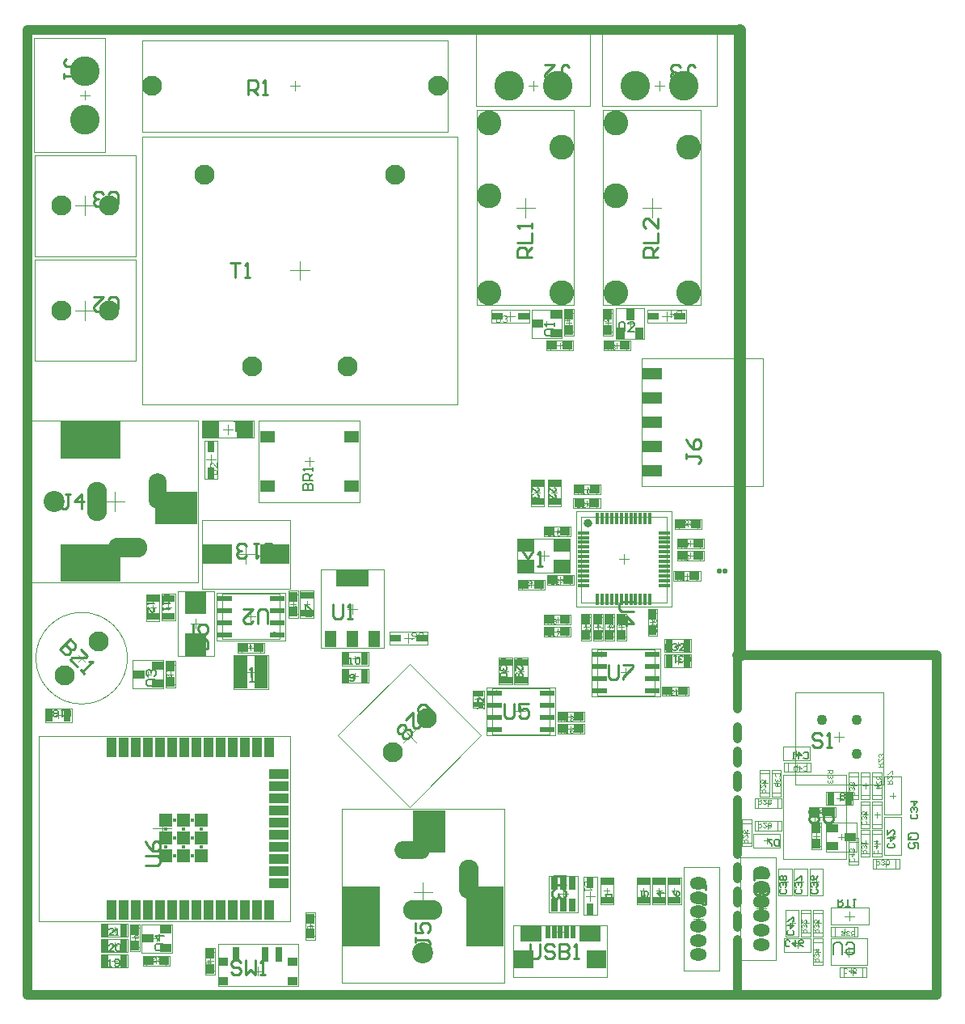
<source format=gts>
G04*
G04 #@! TF.GenerationSoftware,Altium Limited,Altium Designer,22.7.1 (60)*
G04*
G04 Layer_Color=8388736*
%FSLAX25Y25*%
%MOIN*%
G70*
G04*
G04 #@! TF.SameCoordinates,8F3D338C-3F21-4459-BB37-C929D6ECBF1C*
G04*
G04*
G04 #@! TF.FilePolarity,Negative*
G04*
G01*
G75*
%ADD10C,0.00787*%
%ADD11C,0.01968*%
%ADD14C,0.00394*%
%ADD16C,0.01575*%
%ADD17C,0.00591*%
%ADD18C,0.01000*%
%ADD20C,0.00866*%
%ADD21C,0.04000*%
%ADD22C,0.03500*%
%ADD23C,0.05000*%
%ADD24R,0.03937X0.08268*%
%ADD25R,0.08268X0.03937*%
%ADD26R,0.05630X0.05630*%
%ADD27R,0.04194X0.03494*%
%ADD28R,0.03150X0.05512*%
%ADD29R,0.13386X0.17717*%
%ADD30R,0.15748X0.24803*%
%ADD31R,0.06693X0.05315*%
%ADD32R,0.08268X0.04724*%
%ADD33R,0.05512X0.03150*%
%ADD34R,0.05118X0.01575*%
%ADD35R,0.01575X0.05118*%
%ADD36R,0.03494X0.04194*%
%ADD37R,0.06299X0.02362*%
%ADD38R,0.02756X0.05748*%
%ADD39R,0.04528X0.02559*%
%ADD40R,0.05118X0.06693*%
%ADD41R,0.06496X0.05118*%
%ADD42R,0.06693X0.06693*%
%ADD43R,0.02559X0.04528*%
%ADD44R,0.08740X0.09252*%
%ADD45R,0.05512X0.13780*%
%ADD46R,0.12205X0.08268*%
%ADD47R,0.13386X0.06693*%
%ADD48R,0.04724X0.03543*%
%ADD49R,0.04331X0.02362*%
%ADD50R,0.03543X0.04724*%
%ADD51R,0.24803X0.15748*%
%ADD52R,0.17717X0.13386*%
%ADD53R,0.03150X0.06299*%
%ADD54R,0.04331X0.03543*%
%ADD55R,0.07874X0.07480*%
%ADD56R,0.08661X0.06693*%
%ADD57R,0.01968X0.05709*%
%ADD58O,0.07087X0.05118*%
%ADD59C,0.04331*%
%ADD60C,0.01575*%
%ADD61C,0.12205*%
%ADD62C,0.08661*%
%ADD63O,0.14567X0.07480*%
%ADD64O,0.16142X0.08268*%
%ADD65O,0.08268X0.16142*%
%ADD66C,0.08268*%
%ADD67C,0.10236*%
%ADD68O,0.07480X0.14567*%
%ADD69C,0.00394*%
%ADD70C,0.02165*%
D10*
X113682Y205494D02*
X117618D01*
Y207462D01*
X116962Y208118D01*
X116306D01*
X115650Y207462D01*
Y205494D01*
Y207462D01*
X114994Y208118D01*
X114338D01*
X113682Y207462D01*
Y205494D01*
X117618Y209430D02*
X113682D01*
Y211398D01*
X114338Y212054D01*
X115650D01*
X116306Y211398D01*
Y209430D01*
Y210742D02*
X117618Y212054D01*
Y213366D02*
Y214677D01*
Y214021D01*
X113682D01*
X114338Y213366D01*
X87829Y229708D02*
X90453D01*
Y231676D01*
X89141D01*
X90453D01*
Y233644D01*
X86517D02*
X85205D01*
X85861D01*
Y229708D01*
X86517Y230364D01*
X85720Y132485D02*
Y126582D01*
X89655D01*
X91623D02*
X93591D01*
X92607D01*
Y132485D01*
X91623Y131501D01*
X52134Y127434D02*
X49510D01*
X48855Y126778D01*
Y125466D01*
X49510Y124810D01*
X52134D01*
X52790Y125466D01*
Y126778D01*
X51478Y126122D02*
X52790Y127434D01*
Y126778D02*
X52134Y127434D01*
X49510Y128746D02*
X48855Y129402D01*
Y130714D01*
X49510Y131370D01*
X50166D01*
X50822Y130714D01*
Y130058D01*
Y130714D01*
X51478Y131370D01*
X52134D01*
X52790Y130714D01*
Y129402D01*
X52134Y128746D01*
X246325Y271504D02*
Y274128D01*
X245669Y274784D01*
X244357D01*
X243701Y274128D01*
Y271504D01*
X244357Y270848D01*
X245669D01*
X245013Y272160D02*
X246325Y270848D01*
X245669D02*
X246325Y271504D01*
X250260Y270848D02*
X247637D01*
X250260Y273472D01*
Y274128D01*
X249605Y274784D01*
X248293D01*
X247637Y274128D01*
X216490Y271897D02*
X213866D01*
X213210Y271241D01*
Y269930D01*
X213866Y269274D01*
X216490D01*
X217146Y269930D01*
Y271241D01*
X215834Y270585D02*
X217146Y271897D01*
Y271241D02*
X216490Y271897D01*
X217146Y273209D02*
Y274521D01*
Y273865D01*
X213210D01*
X213866Y273209D01*
X55643Y18542D02*
X53019D01*
X52364Y17886D01*
Y16574D01*
X53019Y15918D01*
X55643D01*
X56299Y16574D01*
Y17886D01*
X54987Y17230D02*
X56299Y18542D01*
Y17886D02*
X55643Y18542D01*
X56299Y21822D02*
X52364D01*
X54331Y19854D01*
Y22478D01*
X363943Y61589D02*
X366567D01*
X367223Y62245D01*
Y63557D01*
X366567Y64213D01*
X363943D01*
X363287Y63557D01*
Y62245D01*
X364599Y62901D02*
X363287Y61589D01*
Y62245D02*
X363943Y61589D01*
X367223Y57653D02*
Y60277D01*
X365255D01*
X365911Y58965D01*
Y58309D01*
X365255Y57653D01*
X363943D01*
X363287Y58309D01*
Y59621D01*
X363943Y60277D01*
X332283Y13969D02*
Y18233D01*
X333136Y19085D01*
X334842D01*
X335694Y18233D01*
Y13969D01*
X337400Y18233D02*
X338253Y19085D01*
X339958D01*
X340811Y18233D01*
Y14821D01*
X339958Y13969D01*
X338253D01*
X337400Y14821D01*
Y15674D01*
X338253Y16527D01*
X340811D01*
D11*
X231791Y191831D02*
G03*
X231791Y191831I-787J0D01*
G01*
D14*
X263198Y124606D02*
X271072D01*
X263198Y120669D02*
X271072D01*
Y124606D01*
X263198Y120669D02*
Y124606D01*
X219963Y113969D02*
X227837D01*
X219963Y110032D02*
X227837D01*
Y113969D01*
X219963Y110032D02*
Y113969D01*
Y108968D02*
X227837D01*
X219963Y105031D02*
X227837D01*
Y108968D01*
X219963Y105031D02*
Y108968D01*
X215739Y170468D02*
X223613D01*
X215739Y166531D02*
X223613D01*
Y170468D01*
X215739Y166531D02*
Y170468D01*
X269390Y181535D02*
Y185473D01*
X277264Y181535D02*
Y185473D01*
X269390Y181535D02*
X277264D01*
X269390Y185473D02*
X277264D01*
X269390Y176535D02*
Y180472D01*
X277264Y176535D02*
Y180472D01*
X269390Y176535D02*
X277264D01*
X269390Y180472D02*
X277264D01*
X80208Y143978D02*
Y162876D01*
X103830Y143978D02*
Y162876D01*
X80208D02*
X103830D01*
X80208Y143978D02*
X103830D01*
X107457Y154501D02*
X111394D01*
X107457Y162375D02*
X111394D01*
Y154501D02*
Y162375D01*
X107457Y154501D02*
Y162375D01*
X95956Y138500D02*
Y142437D01*
X88082Y138500D02*
Y142437D01*
X95956D01*
X88082Y138500D02*
X95956D01*
X56845Y133472D02*
X60782D01*
X56845Y125598D02*
X60782D01*
X56845D02*
Y133472D01*
X60782Y125598D02*
Y133472D01*
X215131Y104921D02*
Y123819D01*
X191509Y104921D02*
Y123819D01*
Y104921D02*
X215131D01*
X191509Y123819D02*
X215131D01*
X226763Y207668D02*
X234637D01*
X226763Y203731D02*
X234637D01*
Y207668D01*
X226763Y203731D02*
Y207668D01*
X226574Y198031D02*
Y201969D01*
X234448Y198031D02*
Y201969D01*
X226574Y198031D02*
X234448D01*
X226574Y201969D02*
X234448D01*
X263686Y159162D02*
Y194604D01*
X228241Y159162D02*
Y194604D01*
Y159162D02*
X263686D01*
X228241Y194604D02*
X263686D01*
X214563Y186538D02*
Y190474D01*
X222437Y186538D02*
Y190474D01*
X214563Y186538D02*
X222437D01*
X214563Y190474D02*
X222437D01*
X203713Y164526D02*
X211587D01*
X203713Y168463D02*
X211587D01*
X203713Y164526D02*
Y168463D01*
X211587Y164526D02*
Y168463D01*
X214476Y153987D02*
X222350D01*
X214476Y150050D02*
X222350D01*
Y153987D01*
X214476Y150050D02*
Y153987D01*
Y145219D02*
Y149155D01*
X222350Y145219D02*
Y149155D01*
X214476Y145219D02*
X222350D01*
X214476Y149155D02*
X222350D01*
X237983Y145079D02*
Y152953D01*
X241920Y145079D02*
Y152953D01*
X237983D02*
X241920D01*
X237983Y145079D02*
X241920D01*
X233152D02*
Y152953D01*
X237089Y145079D02*
Y152953D01*
X233152D02*
X237089D01*
X233152Y145079D02*
X237089D01*
X228320D02*
Y152953D01*
X232257Y145079D02*
Y152953D01*
X228320D02*
X232257D01*
X228320Y145079D02*
X232257D01*
X246752Y145063D02*
Y152937D01*
X242815Y145063D02*
Y152937D01*
Y145063D02*
X246752D01*
X242815Y152937D02*
X246752D01*
X258366Y120857D02*
Y139755D01*
X234744Y120857D02*
Y139755D01*
Y120857D02*
X258366D01*
X234744Y139755D02*
X258366D01*
X255709Y147038D02*
X259646D01*
X255709Y154912D02*
X259646D01*
Y147038D02*
Y154912D01*
X255709Y147038D02*
Y154912D01*
X267922Y172047D02*
X275796D01*
X267922Y168110D02*
X275796D01*
Y172047D01*
X267922Y168110D02*
Y172047D01*
X276287Y189532D02*
Y193469D01*
X268413Y189532D02*
Y193469D01*
X276287D01*
X268413Y189532D02*
X276287D01*
X239063Y263064D02*
Y267001D01*
X246937Y263064D02*
Y267001D01*
X239063Y263064D02*
X246937D01*
X239063Y267001D02*
X246937D01*
X237294Y278526D02*
X241231D01*
X237294Y270652D02*
X241231D01*
X237294D02*
Y278526D01*
X241231Y270652D02*
Y278526D01*
X221190D02*
X225127D01*
X221190Y270652D02*
X225127D01*
X221190D02*
Y278526D01*
X225127Y270652D02*
Y278526D01*
X223326Y263064D02*
Y267001D01*
X215452Y263064D02*
Y267001D01*
X223326D01*
X215452Y263064D02*
X223326D01*
X42135Y17126D02*
Y25000D01*
X46072Y17126D02*
Y25000D01*
X42135D02*
X46072D01*
X42135Y17126D02*
X46072D01*
X49016Y9512D02*
X56890D01*
X49016Y13449D02*
X56890D01*
X49016Y9512D02*
Y13449D01*
X56890Y9512D02*
Y13449D01*
X77165Y7382D02*
Y15256D01*
X73228Y7382D02*
Y15256D01*
Y7382D02*
X77165D01*
X73228Y15256D02*
X77165D01*
X118602Y21850D02*
Y29724D01*
X114665Y21850D02*
Y29724D01*
Y21850D02*
X118602D01*
X114665Y29724D02*
X118602D01*
X323232Y66737D02*
X327168D01*
X323232Y58863D02*
X327168D01*
X323232D02*
Y66737D01*
X327168Y58863D02*
Y66737D01*
X323713Y70912D02*
X331587D01*
X323713Y74849D02*
X331587D01*
X323713Y70912D02*
Y74849D01*
X331587Y70912D02*
Y74849D01*
X298416Y60263D02*
Y68137D01*
X294479Y60263D02*
Y68137D01*
X298416D01*
X294479Y60263D02*
X298416D01*
X301271Y65032D02*
Y68969D01*
X309145Y65032D02*
Y68969D01*
X301271D02*
X309145D01*
X301271Y65032D02*
X309145D01*
X301271Y74401D02*
Y78338D01*
X309145Y74401D02*
Y78338D01*
X301271D02*
X309145D01*
X301271Y74401D02*
X309145D01*
X301894Y80808D02*
X305831D01*
X301894Y88682D02*
X305831D01*
X301894Y80808D02*
Y88682D01*
X305831Y80808D02*
Y88682D01*
X306726Y80808D02*
Y88682D01*
X310663Y80808D02*
Y88682D01*
X306726Y80808D02*
X310663D01*
X306726Y88682D02*
X310663D01*
X313386Y93274D02*
X321260D01*
X313386Y89337D02*
X321260D01*
X313386D02*
Y93274D01*
X321260Y89337D02*
Y93274D01*
X352264Y55879D02*
Y63753D01*
X348327Y55879D02*
Y63753D01*
X352264D01*
X348327Y55879D02*
X352264D01*
X347343Y67797D02*
Y75671D01*
X343406Y67797D02*
Y75671D01*
X347343D01*
X343406Y67797D02*
X347343D01*
X348237D02*
X352174D01*
X348237Y75671D02*
X352174D01*
X348237Y67797D02*
Y75671D01*
X352174Y67797D02*
Y75671D01*
X342487Y79716D02*
Y87590D01*
X338550Y79716D02*
Y87590D01*
X342487D01*
X338550Y79716D02*
X342487D01*
X343406D02*
X347343D01*
X343406Y87590D02*
X347343D01*
X343406Y79716D02*
Y87590D01*
X347343Y79716D02*
Y87590D01*
X348237Y87598D02*
X352174D01*
X348237Y79724D02*
X352174D01*
Y87598D01*
X348237Y79724D02*
Y87598D01*
X342511Y52560D02*
Y60434D01*
X338574Y52560D02*
Y60434D01*
X342511D01*
X338574Y52560D02*
X342511D01*
X343406Y55879D02*
X347343D01*
X343406Y63753D02*
X347343D01*
X343406Y55879D02*
Y63753D01*
X347343Y55879D02*
Y63753D01*
X350000Y49472D02*
Y53409D01*
X357874Y49472D02*
Y53409D01*
X350000D02*
X357874D01*
X350000Y49472D02*
X357874D01*
X318907Y23130D02*
X322844D01*
X318907Y31004D02*
X322844D01*
X318907Y23130D02*
Y31004D01*
X322844Y23130D02*
Y31004D01*
X323926Y23130D02*
X327863D01*
X323926Y31004D02*
X327863D01*
X323926Y23130D02*
Y31004D01*
X327863Y23130D02*
Y31004D01*
X323828Y11211D02*
X327765D01*
X323828Y19085D02*
X327765D01*
X323828Y11211D02*
Y19085D01*
X327765Y11211D02*
Y19085D01*
X340748Y21555D02*
Y25492D01*
X332874Y21555D02*
Y25492D01*
Y21555D02*
X340748D01*
X332874Y25492D02*
X340748D01*
X336417Y4748D02*
X344291D01*
X336417Y8685D02*
X344291D01*
Y4748D02*
Y8685D01*
X336417Y4748D02*
Y8685D01*
X41106Y136203D02*
G03*
X41106Y136203I-18898J0D01*
G01*
X316535Y84153D02*
Y121949D01*
Y84153D02*
X352756D01*
Y121949D01*
X316535D02*
X352756D01*
X332677Y103839D02*
X336614D01*
X334646Y101870D02*
Y105807D01*
X108150Y27836D02*
Y104215D01*
X4606D02*
X108150D01*
X4606Y27836D02*
X108150D01*
X4606D02*
Y104215D01*
X51457Y66026D02*
X59331D01*
X55394Y62089D02*
Y69963D01*
X236811Y363780D02*
X284055D01*
X236811D02*
Y393307D01*
X284055D01*
Y363780D02*
Y393307D01*
X258465Y372047D02*
X262402D01*
X260433Y370079D02*
Y374016D01*
X184744Y363780D02*
X231988D01*
X184744D02*
Y393307D01*
X231988D01*
Y363780D02*
Y393307D01*
X206398Y372047D02*
X210335D01*
X208366Y370079D02*
Y374016D01*
X261623Y124606D02*
X272647D01*
Y120669D02*
Y124606D01*
X261623Y120669D02*
X272647D01*
X261623D02*
Y124606D01*
X267135Y121457D02*
Y123819D01*
X265954Y122638D02*
X268316D01*
X268135Y140319D02*
Y142681D01*
X266954Y141500D02*
X269316D01*
X262623Y144256D02*
X273647D01*
Y138744D02*
Y144256D01*
X262623Y138744D02*
X273647D01*
X262623D02*
Y144256D01*
X268135Y133912D02*
Y136275D01*
X266954Y135093D02*
X269316D01*
X262623Y132338D02*
X273647D01*
X262623D02*
Y137849D01*
X273647D01*
Y132338D02*
Y137849D01*
X218388Y113969D02*
X229412D01*
Y110032D02*
Y113969D01*
X218388Y110032D02*
X229412D01*
X218388D02*
Y113969D01*
X223900Y110819D02*
Y113181D01*
X222719Y112000D02*
X225081D01*
X218388Y108968D02*
X229412D01*
Y105031D02*
Y108968D01*
X218388Y105031D02*
X229412D01*
X218388D02*
Y108968D01*
X223900Y105819D02*
Y108181D01*
X222719Y107000D02*
X225081D01*
X270571Y50000D02*
X285138D01*
X270571Y7480D02*
Y50000D01*
Y7480D02*
X285138D01*
Y50000D01*
X276476Y26772D02*
Y30709D01*
X274508Y28740D02*
X278445D01*
X159055Y39764D02*
X166929D01*
X162992Y35827D02*
Y43701D01*
X129528Y2362D02*
Y16142D01*
Y2362D02*
X196457D01*
Y74016D01*
X129528D02*
X196457D01*
X129528Y16142D02*
Y74016D01*
X212900Y176532D02*
X212900Y180468D01*
X210931Y178500D02*
X214868Y178500D01*
X201876Y171414D02*
Y185587D01*
Y171414D02*
X223530D01*
Y185587D01*
X201876D02*
X223530D01*
X218495Y168500D02*
X220857D01*
X219676Y167319D02*
Y169681D01*
X214164Y166531D02*
Y170468D01*
Y166531D02*
X225188D01*
Y170468D01*
X214164D02*
X225188D01*
X129488Y133244D02*
Y138756D01*
Y133244D02*
X140512D01*
Y138756D01*
X129488D02*
X140512D01*
X133819Y136000D02*
X136181D01*
X135000Y134819D02*
Y137181D01*
X129488Y126157D02*
Y131669D01*
Y126157D02*
X140512D01*
Y131669D01*
X129488D02*
X140512D01*
X133819Y128913D02*
X136181D01*
X135000Y127732D02*
Y130095D01*
X20817Y134811D02*
X23600Y137595D01*
X20817Y137595D02*
X23600Y134811D01*
X272146Y183504D02*
X274508D01*
X273327Y182323D02*
Y184685D01*
X267815Y181535D02*
Y185473D01*
Y181535D02*
X278839D01*
Y185473D01*
X267815D02*
X278839D01*
X272146Y178504D02*
X274508D01*
X273327Y177323D02*
Y179685D01*
X267815Y176535D02*
Y180472D01*
Y176535D02*
X278839D01*
Y180472D01*
X267815D02*
X278839D01*
X95177Y200376D02*
Y234234D01*
X136909D01*
Y200376D02*
Y234234D01*
X95177Y200376D02*
X136909D01*
X116043Y215336D02*
Y219273D01*
X114075Y217305D02*
X118012D01*
X82579Y228526D02*
Y232463D01*
X80610Y230494D02*
X84547D01*
X87697Y226951D02*
X93209D01*
Y234037D01*
X71949D02*
X93209D01*
X71949Y226951D02*
Y234037D01*
Y226951D02*
X87697D01*
X72835Y216437D02*
Y225886D01*
X78346D01*
Y210138D02*
Y225886D01*
X72835Y210138D02*
X78346D01*
X72835D02*
Y216437D01*
X75591Y216043D02*
Y219980D01*
X73622Y218012D02*
X77559D01*
X61793Y137106D02*
Y163878D01*
Y137106D02*
X76754D01*
Y163878D01*
X61793D02*
X76754D01*
X69274Y148524D02*
Y152461D01*
X67305Y150492D02*
X71242D01*
X56765Y157194D02*
X59127D01*
X57946Y156013D02*
Y158375D01*
X60702Y151682D02*
Y162706D01*
X55190Y151682D02*
X60702D01*
X55190D02*
Y162706D01*
X60702D01*
X50358Y157087D02*
X52720D01*
X51539Y155905D02*
Y158268D01*
X54295Y151575D02*
Y162598D01*
X48783Y151575D02*
X54295D01*
X48783D02*
Y162598D01*
X54295D01*
X84932Y137605D02*
X99105D01*
Y123432D02*
Y137605D01*
X84932Y123432D02*
X99105D01*
X84932D02*
Y137605D01*
X92019Y128550D02*
Y132487D01*
X90050Y130519D02*
X93987D01*
X86015Y179018D02*
X93889D01*
X89952Y175081D02*
Y182955D01*
X108062Y164845D02*
Y193191D01*
X71842D02*
X108062D01*
X71842Y164845D02*
Y193191D01*
Y164845D02*
X108062D01*
X90050Y153427D02*
X93987D01*
X92019Y151459D02*
Y155396D01*
X77845Y143585D02*
X106192D01*
Y152640D01*
Y163270D01*
X77845D02*
X106192D01*
X77845Y143585D02*
Y163270D01*
X149126Y141744D02*
X158575D01*
X149126D02*
Y147256D01*
X164874D01*
Y141744D02*
Y147256D01*
X158575Y141744D02*
X164874D01*
X155031Y144500D02*
X158968D01*
X157000Y142532D02*
Y146468D01*
X120973Y140426D02*
Y172710D01*
Y140426D02*
X146958D01*
Y172710D01*
X120973D02*
X146958D01*
X131997Y156568D02*
X135934D01*
X133966Y154599D02*
Y158536D01*
X113919Y158438D02*
X116281D01*
X115100Y157257D02*
Y159619D01*
X112345Y152926D02*
Y163950D01*
X117856D01*
Y152926D02*
Y163950D01*
X112345Y152926D02*
X117856D01*
X107457D02*
Y163950D01*
X111394D01*
Y152926D02*
Y163950D01*
X107457Y152926D02*
X111394D01*
X108244Y158438D02*
X110606D01*
X109425Y157257D02*
Y159619D01*
X86507Y138500D02*
X97531D01*
X86507D02*
Y142437D01*
X97531D01*
Y138500D02*
Y142437D01*
X92019Y139287D02*
Y141649D01*
X90838Y140469D02*
X93200D01*
X58814Y128354D02*
Y130716D01*
X57633Y129535D02*
X59995D01*
X56845Y135046D02*
X60782D01*
X56845Y124023D02*
Y135046D01*
Y124023D02*
X60782D01*
Y135046D01*
X43341Y123629D02*
Y135440D01*
X55940D01*
Y123629D02*
Y135440D01*
X43341Y123629D02*
X55940D01*
X49641Y128354D02*
Y130716D01*
X48460Y129535D02*
X50822D01*
X18110Y109914D02*
Y115426D01*
X7087D02*
X18110D01*
X7087Y109914D02*
Y115426D01*
Y109914D02*
X18110D01*
X11417Y112670D02*
X13780D01*
X12598Y111489D02*
Y113851D01*
X154696Y107115D02*
X160264Y101547D01*
X154696D02*
X160264Y107115D01*
X157480Y74822D02*
X186989Y104331D01*
X127971D02*
X157480Y74822D01*
X127971Y104331D02*
X157480Y133840D01*
X186989Y104331D01*
X183537Y115748D02*
X188261D01*
Y122835D01*
X183537D02*
X188261D01*
X183537Y115748D02*
Y122835D01*
X185899Y117717D02*
Y120866D01*
X184324Y119291D02*
X187474D01*
X201352Y114370D02*
X205289D01*
X203320Y112401D02*
Y116339D01*
X189147Y124213D02*
X217493D01*
X189147Y115157D02*
Y124213D01*
Y104527D02*
Y115157D01*
Y104527D02*
X217493D01*
Y124213D01*
X202264Y130816D02*
X204626D01*
X203445Y129635D02*
Y131997D01*
X206201Y125304D02*
Y136328D01*
X200689Y125304D02*
X206201D01*
X200689D02*
Y136328D01*
X206201D01*
X195857Y130816D02*
X198219D01*
X197038Y129635D02*
Y131997D01*
X199794Y125304D02*
Y136328D01*
X194282Y125304D02*
X199794D01*
X194282D02*
Y136328D01*
X199794D01*
X225188Y207668D02*
X236212D01*
Y203731D02*
Y207668D01*
X225188Y203731D02*
X236212D01*
X225188D02*
Y207668D01*
X230700Y204519D02*
Y206881D01*
X229519Y205700D02*
X231881D01*
X225000Y201969D02*
X236023D01*
Y198031D02*
Y201969D01*
X225000Y198031D02*
X236023D01*
X225000D02*
Y201969D01*
X230511Y198819D02*
Y201181D01*
X229330Y200000D02*
X231693D01*
X226083Y196752D02*
X265453D01*
X226083Y157382D02*
Y196752D01*
Y157382D02*
X265453D01*
Y196752D01*
X243799Y177067D02*
X247736D01*
X245768Y175098D02*
Y179035D01*
X215944Y204429D02*
X218306D01*
X217125Y203248D02*
Y205610D01*
X219881Y198917D02*
Y209941D01*
X214369Y198917D02*
X219881D01*
X214369D02*
Y209941D01*
X219881D01*
X208957Y204429D02*
X211319D01*
X210138Y203248D02*
Y205610D01*
X212894Y198917D02*
Y209941D01*
X207382Y198917D02*
X212894D01*
X207382D02*
Y209941D01*
X212894D01*
X212988Y190474D02*
X224012D01*
Y186538D02*
Y190474D01*
X212988Y186538D02*
X224012D01*
X212988D02*
Y190474D01*
X218500Y187325D02*
Y189687D01*
X217319Y188506D02*
X219681D01*
X206469Y166494D02*
X208831D01*
X207650Y165313D02*
Y167675D01*
X213162Y164526D02*
Y168463D01*
X202138D02*
X213162D01*
X202138Y164526D02*
Y168463D01*
Y164526D02*
X213162D01*
X212901Y153987D02*
X223925D01*
Y150050D02*
Y153987D01*
X212901Y150050D02*
X223925D01*
X212901D02*
Y153987D01*
X218413Y150838D02*
Y153200D01*
X217232Y152019D02*
X219595D01*
X212901Y149155D02*
X223925D01*
Y145219D02*
Y149155D01*
X212901Y145219D02*
X223925D01*
X212901D02*
Y149155D01*
X218413Y146006D02*
Y148368D01*
X217232Y147187D02*
X219595D01*
X237983Y143504D02*
Y154528D01*
X241920D01*
Y143504D02*
Y154528D01*
X237983Y143504D02*
X241920D01*
X238771Y149016D02*
X241133D01*
X239952Y147835D02*
Y150197D01*
X233152Y143504D02*
Y154528D01*
X237089D01*
Y143504D02*
Y154528D01*
X233152Y143504D02*
X237089D01*
X233939Y149016D02*
X236301D01*
X235120Y147835D02*
Y150197D01*
X228320Y143504D02*
Y154528D01*
X232257D01*
Y143504D02*
Y154528D01*
X228320Y143504D02*
X232257D01*
X229107Y149016D02*
X231469D01*
X230288Y147835D02*
Y150197D01*
X246752Y143488D02*
Y154512D01*
X242815Y143488D02*
X246752D01*
X242815D02*
Y154512D01*
X246752D01*
X243602Y149000D02*
X245965D01*
X244783Y147819D02*
Y150181D01*
X244587Y130306D02*
X248524D01*
X246555Y128338D02*
Y132275D01*
X232382Y140149D02*
X260728D01*
X232382Y131094D02*
Y140149D01*
Y120464D02*
Y131094D01*
Y120464D02*
X260728D01*
Y140149D01*
X255709Y145464D02*
Y156487D01*
X259646D01*
Y145464D02*
Y156487D01*
X255709Y145464D02*
X259646D01*
X256496Y150975D02*
X258858D01*
X257677Y149794D02*
Y152156D01*
X266347Y172047D02*
X277371D01*
Y168110D02*
Y172047D01*
X266347Y168110D02*
X277371D01*
X266347D02*
Y172047D01*
X271859Y168898D02*
Y171260D01*
X270678Y170079D02*
X273040D01*
X266838Y189532D02*
X277862D01*
X266838D02*
Y193469D01*
X277862D01*
Y189532D02*
Y193469D01*
X272350Y190319D02*
Y192681D01*
X271169Y191500D02*
X273531D01*
X242520Y280297D02*
X254331D01*
Y267699D02*
Y280297D01*
X242520Y267699D02*
X254331D01*
X242520D02*
Y280297D01*
X247244Y273998D02*
X249606D01*
X248425Y272817D02*
Y275179D01*
X253346Y211023D02*
Y259842D01*
X303346D01*
Y207086D02*
Y259842D01*
X253346Y207086D02*
X303346D01*
X253346D02*
Y211023D01*
X257677Y231496D02*
Y235433D01*
X255709Y233465D02*
X259646D01*
X241819Y265033D02*
X244181D01*
X243000Y263851D02*
Y266213D01*
X237488Y263064D02*
Y267001D01*
Y263064D02*
X248512D01*
Y267001D01*
X237488D02*
X248512D01*
X239263Y273407D02*
Y275769D01*
X238082Y274588D02*
X240444D01*
X237294Y280100D02*
X241231D01*
X237294Y269077D02*
Y280100D01*
Y269077D02*
X241231D01*
Y280100D01*
X263493Y275179D02*
Y279116D01*
X261525Y277148D02*
X265462D01*
X265068Y274392D02*
X271367D01*
Y279904D01*
X255619D02*
X271367D01*
X255619Y274392D02*
Y279904D01*
Y274392D02*
X265068D01*
X237264Y281723D02*
Y362038D01*
X277421D01*
Y281723D02*
Y362038D01*
X237264Y281723D02*
X277421D01*
X257382Y317905D02*
Y325779D01*
X253445Y321842D02*
X261319D01*
X185197Y281723D02*
Y362038D01*
X225354D01*
Y281723D02*
Y362038D01*
X185197Y281723D02*
X225354D01*
X205315Y317905D02*
Y325779D01*
X201378Y321842D02*
X209252D01*
X223158Y273408D02*
Y275770D01*
X221977Y274588D02*
X224340D01*
X221190Y280100D02*
X225127D01*
X221190Y269077D02*
Y280100D01*
Y269077D02*
X225127D01*
Y280100D01*
X218208Y265032D02*
X220570D01*
X219389Y263851D02*
Y266213D01*
X224901Y263064D02*
Y267001D01*
X213878D02*
X224901D01*
X213878Y263064D02*
Y267001D01*
Y263064D02*
X224901D01*
X207697Y268092D02*
Y279904D01*
X220295D01*
Y268092D02*
Y279904D01*
X207697Y268092D02*
X220295D01*
X213996Y272817D02*
Y275179D01*
X212815Y273998D02*
X215177D01*
X198928Y275179D02*
Y279116D01*
X196960Y277148D02*
X200897D01*
X191054Y279904D02*
X197353D01*
X191054Y274392D02*
Y279904D01*
Y274392D02*
X206802D01*
Y279904D01*
X197353D02*
X206802D01*
X112205Y292019D02*
Y299893D01*
X108268Y295956D02*
X116142D01*
X47244Y351074D02*
X177165D01*
Y240838D02*
Y351074D01*
X47244Y240838D02*
X177165D01*
X47244D02*
Y351074D01*
X110236Y370079D02*
Y374016D01*
X108268Y372047D02*
X112205D01*
X47244Y390945D02*
X67717D01*
X47244Y353150D02*
Y390945D01*
Y353150D02*
X173228D01*
Y390945D01*
X67717D02*
X173228D01*
X31890Y344646D02*
Y391890D01*
X2362Y344646D02*
X31890D01*
X2362D02*
Y391890D01*
X31890D01*
X23622Y366299D02*
Y370236D01*
X21654Y368268D02*
X25591D01*
X23622Y318751D02*
Y326625D01*
X19685Y322688D02*
X27559D01*
X2756Y301822D02*
X44488D01*
X2756D02*
Y343554D01*
X44488D01*
Y301822D02*
Y343554D01*
X23622Y275590D02*
Y283465D01*
X19685Y279528D02*
X27559D01*
X2756Y258661D02*
X44488D01*
X2756D02*
Y300394D01*
X44488D01*
Y258661D02*
Y300394D01*
X12357Y234234D02*
X70231D01*
Y167305D02*
Y234234D01*
X-1422Y167305D02*
X70231D01*
X-1422D02*
Y234234D01*
X12357D01*
X32042Y200770D02*
X39916D01*
X35979Y196833D02*
Y204707D01*
X35728Y23005D02*
Y25367D01*
X34547Y24186D02*
X36909D01*
X30217Y26942D02*
X41240D01*
Y21430D02*
Y26942D01*
X30217Y21430D02*
X41240D01*
X30217D02*
Y26942D01*
X35728Y16598D02*
Y18961D01*
X34547Y17779D02*
X36909D01*
X30217Y20535D02*
X41240D01*
Y15024D02*
Y20535D01*
X30217Y15024D02*
X41240D01*
X30217D02*
Y20535D01*
Y8617D02*
Y14129D01*
Y8617D02*
X41240D01*
Y14129D01*
X30217D02*
X41240D01*
X34547Y11373D02*
X36909D01*
X35728Y10192D02*
Y12554D01*
X42135Y15551D02*
Y26575D01*
X46072D01*
Y15551D02*
Y26575D01*
X42135Y15551D02*
X46072D01*
X42922Y21063D02*
X45284D01*
X44103Y19882D02*
Y22244D01*
X51969Y20643D02*
X54331D01*
X53150Y19462D02*
Y21824D01*
X46850Y14737D02*
X59449D01*
Y26548D01*
X46850D02*
X59449D01*
X46850Y14737D02*
Y26548D01*
X47441Y9512D02*
X58465D01*
X47441D02*
Y13449D01*
X58465D01*
Y9512D02*
Y13449D01*
X52953Y10299D02*
Y12661D01*
X51772Y11480D02*
X54134D01*
X77165Y5807D02*
Y16831D01*
X73228Y5807D02*
X77165D01*
X73228D02*
Y16831D01*
X77165D01*
X74016Y11319D02*
X76378D01*
X75197Y10138D02*
Y12500D01*
X94775Y5413D02*
Y8957D01*
X93003Y7185D02*
X96546D01*
X78436Y1280D02*
Y18406D01*
Y1280D02*
X111507D01*
Y18406D01*
X78436D02*
X111507D01*
X118602Y20275D02*
Y31299D01*
X114665Y20275D02*
X118602D01*
X114665D02*
Y31299D01*
X118602D01*
X115453Y25787D02*
X117815D01*
X116634Y24606D02*
Y26968D01*
X218799Y26083D02*
X238878D01*
Y4823D02*
Y26083D01*
X200295Y4823D02*
X238878D01*
X200295D02*
Y26083D01*
X218799D01*
X217618Y23327D02*
X221555D01*
X219587Y21358D02*
Y25295D01*
X218898Y38976D02*
X222835D01*
X220866Y37008D02*
Y40945D01*
X214961Y46457D02*
X226772D01*
X214961Y31496D02*
Y46457D01*
Y31496D02*
X226772D01*
Y46457D01*
X234753Y30315D02*
Y39764D01*
X229241Y30315D02*
X234753D01*
X229241D02*
Y46063D01*
X234753D01*
Y39764D02*
Y46063D01*
X231997Y36220D02*
Y40157D01*
X230029Y38189D02*
X233966D01*
X237598Y40354D02*
X239961D01*
X238780Y39173D02*
Y41535D01*
X236024Y34843D02*
Y45866D01*
X241535D01*
Y34843D02*
Y45866D01*
X236024Y34843D02*
X241535D01*
X252631Y40354D02*
X254993D01*
X253812Y39173D02*
Y41536D01*
X251056Y34843D02*
Y45866D01*
X256568D01*
Y34843D02*
Y45866D01*
X251056Y34843D02*
X256568D01*
X259037Y40354D02*
X261400D01*
X260218Y39173D02*
Y41536D01*
X257463Y34843D02*
Y45866D01*
X262974D01*
Y34843D02*
Y45866D01*
X257463Y34843D02*
X262974D01*
X265444Y40354D02*
X267806D01*
X266625Y39173D02*
Y41536D01*
X263869Y34843D02*
Y45866D01*
X269381D01*
Y34843D02*
Y45866D01*
X263869Y34843D02*
X269381D01*
X325200Y61619D02*
Y63981D01*
X324019Y62800D02*
X326381D01*
X323232Y68312D02*
X327168D01*
X323232Y57288D02*
Y68312D01*
Y57288D02*
X327168D01*
Y68312D01*
X341754Y56595D02*
Y68406D01*
X329155Y56595D02*
X341754D01*
X329155D02*
Y68406D01*
X341754D01*
X335454Y61319D02*
Y63681D01*
X334273Y62500D02*
X336635D01*
X322138Y70912D02*
X333162D01*
X322138D02*
Y74849D01*
X333162D01*
Y70912D02*
Y74849D01*
X327650Y71700D02*
Y74062D01*
X326469Y72881D02*
X328831D01*
X334800Y77319D02*
Y79681D01*
X333619Y78500D02*
X335981D01*
X329288Y75744D02*
X340312D01*
X329288D02*
Y81256D01*
X340312D01*
Y75744D02*
Y81256D01*
X293799Y54232D02*
X308366D01*
Y11713D02*
Y54232D01*
X293799Y11713D02*
X308366D01*
X293799D02*
Y54232D01*
X302461Y31004D02*
Y34941D01*
X300492Y32972D02*
X304429D01*
X298416Y58688D02*
Y69712D01*
X294479D02*
X298416D01*
X294479Y58688D02*
Y69712D01*
Y58688D02*
X298416D01*
X295267Y64200D02*
X297629D01*
X296448Y63019D02*
Y65381D01*
X310335Y58244D02*
Y63756D01*
X299311Y58244D02*
X310335D01*
X299311D02*
Y63756D01*
X310335D01*
X303642Y61000D02*
X306004D01*
X304823Y59819D02*
Y62181D01*
X304027Y67000D02*
X306389D01*
X305208Y65819D02*
Y68181D01*
X299696Y65032D02*
Y68969D01*
X310719D01*
Y65032D02*
Y68969D01*
X299696Y65032D02*
X310719D01*
X304027Y76370D02*
X306389D01*
X305208Y75188D02*
Y77551D01*
X299696Y74401D02*
Y78338D01*
X310719D01*
Y74401D02*
Y78338D01*
X299696Y74401D02*
X310719D01*
X303863Y83563D02*
Y85926D01*
X302682Y84745D02*
X305044D01*
X301894Y79233D02*
X305831D01*
X301894D02*
Y90256D01*
X305831D01*
Y79233D02*
Y90256D01*
X308695Y83563D02*
Y85926D01*
X307514Y84745D02*
X309876D01*
X306726Y90256D02*
X310663D01*
Y79233D02*
Y90256D01*
X306726Y79233D02*
X310663D01*
X306726D02*
Y90256D01*
X316142Y91305D02*
X318504D01*
X317323Y90124D02*
Y92487D01*
X322835Y89337D02*
Y93274D01*
X311811Y89337D02*
X322835D01*
X311811D02*
Y93274D01*
X322835D01*
X337598Y53543D02*
Y88189D01*
X311614Y53543D02*
X337598D01*
X311614D02*
Y88189D01*
X337598D01*
X322638Y70866D02*
X326575D01*
X324606Y68898D02*
Y72835D01*
X322441Y94169D02*
Y99680D01*
X311417Y94169D02*
X322441D01*
X311417D02*
Y99680D01*
X322441D01*
X315748Y96925D02*
X318110D01*
X316929Y95743D02*
Y98106D01*
X350295Y58635D02*
Y60997D01*
X349114Y59816D02*
X351476D01*
X348327Y54304D02*
X352264D01*
X348327D02*
Y65328D01*
X352264D01*
Y54304D02*
Y65328D01*
X345374Y70553D02*
Y72915D01*
X344193Y71734D02*
X346555D01*
X343406Y66222D02*
X347343D01*
X343406D02*
Y77246D01*
X347343D01*
Y66222D02*
Y77246D01*
X350206Y70553D02*
Y72915D01*
X349025Y71734D02*
X351387D01*
X348237Y66222D02*
X352174D01*
X348237D02*
Y77246D01*
X352174D01*
Y66222D02*
Y77246D01*
X340518Y82471D02*
Y84834D01*
X339337Y83653D02*
X341699D01*
X338550Y78141D02*
X342487D01*
X338550D02*
Y89164D01*
X342487D01*
Y78141D02*
Y89164D01*
X345374Y82471D02*
Y84834D01*
X344193Y83653D02*
X346555D01*
X343406Y78141D02*
X347343D01*
X343406D02*
Y89164D01*
X347343D01*
Y78141D02*
Y89164D01*
X350206Y82480D02*
Y84843D01*
X349025Y83661D02*
X351387D01*
X348237Y89173D02*
X352174D01*
Y78149D02*
Y89173D01*
X348237Y78149D02*
X352174D01*
X348237D02*
Y89173D01*
X340542Y55315D02*
Y57678D01*
X339361Y56497D02*
X341723D01*
X338574Y50985D02*
X342511D01*
X338574D02*
Y62008D01*
X342511D01*
Y50985D02*
Y62008D01*
X345374Y58635D02*
Y60997D01*
X344193Y59816D02*
X346555D01*
X343406Y54304D02*
X347343D01*
X343406D02*
Y65328D01*
X347343D01*
Y54304D02*
Y65328D01*
X353171Y71662D02*
X360258D01*
X353171D02*
Y87411D01*
X360258D01*
Y71662D02*
Y87411D01*
X356714Y78355D02*
Y80718D01*
X355533Y79536D02*
X357895D01*
X353261Y55020D02*
X360347D01*
X353261D02*
Y70768D01*
X360347D01*
Y55020D02*
Y70768D01*
X356804Y61712D02*
Y64075D01*
X355623Y62894D02*
X357985D01*
X352756Y51441D02*
X355118D01*
X353937Y50260D02*
Y52622D01*
X348425Y49472D02*
Y53409D01*
X359448D01*
Y49472D02*
Y53409D01*
X348425Y49472D02*
X359448D01*
X309556Y38583D02*
X315068D01*
X309556D02*
Y49606D01*
X315068D01*
Y38583D02*
Y49606D01*
X312312Y42913D02*
Y45276D01*
X311131Y44094D02*
X313493D01*
X315963Y38583D02*
X321474D01*
X315963D02*
Y49606D01*
X321474D01*
Y38583D02*
Y49606D01*
X318719Y42913D02*
Y45276D01*
X317537Y44094D02*
X319900D01*
X322369Y38583D02*
X327881D01*
X322369D02*
Y49606D01*
X327881D01*
Y38583D02*
Y49606D01*
X325125Y42913D02*
Y45276D01*
X323944Y44094D02*
X326306D01*
X312500Y21555D02*
X318012D01*
X312500D02*
Y32579D01*
X318012D01*
Y21555D02*
Y32579D01*
X315256Y25886D02*
Y28248D01*
X314075Y27067D02*
X316437D01*
X320875Y25885D02*
Y28248D01*
X319694Y27067D02*
X322056D01*
X318907Y21555D02*
X322844D01*
X318907D02*
Y32578D01*
X322844D01*
Y21555D02*
Y32578D01*
X325895Y25885D02*
Y28248D01*
X324714Y27067D02*
X327076D01*
X323926Y21555D02*
X327863D01*
X323926D02*
Y32578D01*
X327863D01*
Y21555D02*
Y32578D01*
X311909Y15148D02*
Y20660D01*
X322933D01*
Y15148D02*
Y20660D01*
X311909Y15148D02*
X322933D01*
X316240Y17904D02*
X318602D01*
X317421Y16723D02*
Y19085D01*
X325796Y13967D02*
Y16329D01*
X324615Y15148D02*
X326977D01*
X323828Y9636D02*
X327765D01*
X323828D02*
Y20660D01*
X327765D01*
Y9636D02*
Y20660D01*
X335630Y23523D02*
X337992D01*
X336811Y22342D02*
Y24704D01*
X342323Y21555D02*
Y25492D01*
X331299Y21555D02*
X342323D01*
X331299D02*
Y25492D01*
X342323D01*
X331041Y26386D02*
Y33473D01*
X346789D01*
Y26386D02*
Y33473D01*
X331041Y26386D02*
X346789D01*
X336947Y29930D02*
X340884D01*
X338915Y27961D02*
Y31898D01*
X331102Y9636D02*
Y20660D01*
X346063D01*
Y9636D02*
Y20660D01*
X331102Y9636D02*
X346063D01*
X336614Y15148D02*
X340551D01*
X338583Y13180D02*
Y17117D01*
X339173Y6716D02*
X341535D01*
X340354Y5535D02*
Y7897D01*
X334843Y4748D02*
Y8685D01*
X345866D01*
Y4748D02*
Y8685D01*
X334843Y4748D02*
X345866D01*
X41106Y136203D02*
G03*
X41106Y136203I-18898J0D01*
G01*
X316535Y84153D02*
Y121949D01*
X352756Y84153D02*
Y121949D01*
X316535D02*
X352756D01*
X316535Y84153D02*
X352756D01*
X4606Y27836D02*
Y104215D01*
X108150D01*
Y27836D02*
Y104215D01*
X4606Y27836D02*
X108150D01*
X236811Y363780D02*
X284055D01*
X236811Y393307D02*
X284055D01*
X236811Y363780D02*
Y393307D01*
X284055Y363780D02*
Y393307D01*
X184744Y363780D02*
X231988D01*
X184744Y393307D02*
X231988D01*
X184744Y363780D02*
Y393307D01*
X231988Y363780D02*
Y393307D01*
X261623Y124606D02*
X272647D01*
Y120669D02*
Y124606D01*
X261623Y120669D02*
X272647D01*
X261623D02*
Y124606D01*
X262623Y138744D02*
X273647D01*
Y144256D01*
X262623D02*
X273647D01*
X262623Y138744D02*
Y144256D01*
Y137849D02*
X273647D01*
X262623Y132338D02*
Y137849D01*
Y132338D02*
X273647D01*
Y137849D01*
X218388Y113969D02*
X229412D01*
Y110032D02*
Y113969D01*
X218388Y110032D02*
X229412D01*
X218388D02*
Y113969D01*
Y108968D02*
X229412D01*
Y105031D02*
Y108968D01*
X218388Y105031D02*
X229412D01*
X218388D02*
Y108968D01*
X270571Y7480D02*
Y50000D01*
X285138Y7480D02*
Y50000D01*
X270571Y7480D02*
X285138D01*
X270571Y50000D02*
X285138D01*
X129528Y16142D02*
Y74016D01*
Y2362D02*
X196457D01*
X129528Y74016D02*
X196457D01*
Y2362D02*
Y74016D01*
X129528Y2362D02*
Y16142D01*
X201876Y185587D02*
X223530D01*
Y171414D02*
Y185587D01*
X201876Y171414D02*
Y185587D01*
Y171414D02*
X223530D01*
X214164Y166531D02*
Y170468D01*
Y166531D02*
X225188D01*
Y170468D01*
X214164D02*
X225188D01*
X129488Y133244D02*
Y138756D01*
X140512D01*
Y133244D02*
Y138756D01*
X129488Y133244D02*
X140512D01*
X129488Y126157D02*
Y131669D01*
X140512D01*
Y126157D02*
Y131669D01*
X129488Y126157D02*
X140512D01*
X267815Y181535D02*
Y185473D01*
Y181535D02*
X278839D01*
Y185473D01*
X267815D02*
X278839D01*
X267815Y176535D02*
Y180472D01*
Y176535D02*
X278839D01*
Y180472D01*
X267815D02*
X278839D01*
X136909Y200376D02*
Y234234D01*
X95177D02*
X136909D01*
X95177Y200376D02*
X136909D01*
X95177D02*
Y234234D01*
X71949Y226951D02*
Y234037D01*
X87697Y226951D02*
X93209D01*
Y234037D01*
X71949Y226951D02*
X87697D01*
X71949Y234037D02*
X93209D01*
X72835Y225886D02*
X78346D01*
X72835Y216437D02*
Y225886D01*
Y210138D02*
Y216437D01*
Y210138D02*
X78346D01*
Y225886D01*
X61793Y137106D02*
Y163878D01*
X76754Y137106D02*
Y163878D01*
X61793Y137106D02*
X76754D01*
X61793Y163878D02*
X76754D01*
X55190Y151682D02*
Y162706D01*
Y151682D02*
X60702D01*
Y162706D01*
X55190D02*
X60702D01*
X48783Y151575D02*
Y162598D01*
Y151575D02*
X54295D01*
Y162598D01*
X48783D02*
X54295D01*
X84932Y137605D02*
X99105D01*
Y123432D02*
Y137605D01*
X84932Y123432D02*
X99105D01*
X84932D02*
Y137605D01*
X108062Y164845D02*
Y193191D01*
X71842D02*
X108062D01*
X71842Y164845D02*
Y193191D01*
Y164845D02*
X108062D01*
X77845Y143585D02*
X106192D01*
Y152640D01*
X77845Y143585D02*
Y163270D01*
X106192D01*
Y152640D02*
Y163270D01*
X149126Y141744D02*
Y147256D01*
Y141744D02*
X158575D01*
X164874D01*
Y147256D01*
X149126D02*
X164874D01*
X120973Y140426D02*
X146958D01*
X120973Y172710D02*
X146958D01*
X120973Y140426D02*
Y172710D01*
X146958Y140426D02*
Y172710D01*
X117856Y152926D02*
Y163950D01*
X112345D02*
X117856D01*
X112345Y152926D02*
Y163950D01*
Y152926D02*
X117856D01*
X107457D02*
Y163950D01*
X111394D01*
Y152926D02*
Y163950D01*
X107457Y152926D02*
X111394D01*
X86507Y138500D02*
X97531D01*
X86507D02*
Y142437D01*
X97531D01*
Y138500D02*
Y142437D01*
X56845Y135046D02*
X60782D01*
X56845Y124023D02*
Y135046D01*
Y124023D02*
X60782D01*
Y135046D01*
X55940Y123629D02*
Y135440D01*
X43341D02*
X55940D01*
X43341Y123629D02*
Y135440D01*
Y123629D02*
X55940D01*
X18110Y109914D02*
Y115426D01*
X7087Y109914D02*
X18110D01*
X7087D02*
Y115426D01*
X18110D01*
X127971Y104331D02*
X157480Y74822D01*
Y133840D02*
X186989Y104331D01*
X127971D02*
X157480Y133840D01*
Y74822D02*
X186989Y104331D01*
X183537Y115748D02*
X188261D01*
X183537D02*
Y122835D01*
X188261Y115748D02*
Y122835D01*
X183537D02*
X188261D01*
X189147Y124213D02*
X217493D01*
X189147Y115157D02*
Y124213D01*
X217493Y104527D02*
Y124213D01*
X189147Y104527D02*
X217493D01*
X189147D02*
Y115157D01*
X200689Y125304D02*
Y136328D01*
Y125304D02*
X206201D01*
Y136328D01*
X200689D02*
X206201D01*
X194282Y125304D02*
Y136328D01*
Y125304D02*
X199794D01*
Y136328D01*
X194282D02*
X199794D01*
X225188Y207668D02*
X236212D01*
Y203731D02*
Y207668D01*
X225188Y203731D02*
X236212D01*
X225188D02*
Y207668D01*
X225000Y201969D02*
X236023D01*
Y198031D02*
Y201969D01*
X225000Y198031D02*
X236023D01*
X225000D02*
Y201969D01*
X265453Y157382D02*
Y196752D01*
X226083Y157382D02*
X265453D01*
X226083D02*
Y196752D01*
X265453D01*
X214369Y198917D02*
Y209941D01*
Y198917D02*
X219881D01*
Y209941D01*
X214369D02*
X219881D01*
X207382Y198917D02*
Y209941D01*
Y198917D02*
X212894D01*
Y209941D01*
X207382D02*
X212894D01*
X212988Y190474D02*
X224012D01*
Y186538D02*
Y190474D01*
X212988Y186538D02*
X224012D01*
X212988D02*
Y190474D01*
X213162Y164526D02*
Y168463D01*
X202138D02*
X213162D01*
X202138Y164526D02*
Y168463D01*
Y164526D02*
X213162D01*
X212901Y153987D02*
X223925D01*
Y150050D02*
Y153987D01*
X212901Y150050D02*
X223925D01*
X212901D02*
Y153987D01*
Y149155D02*
X223925D01*
Y145219D02*
Y149155D01*
X212901Y145219D02*
X223925D01*
X212901D02*
Y149155D01*
X237983Y143504D02*
Y154528D01*
X241920D01*
Y143504D02*
Y154528D01*
X237983Y143504D02*
X241920D01*
X233152D02*
Y154528D01*
X237089D01*
Y143504D02*
Y154528D01*
X233152Y143504D02*
X237089D01*
X228320D02*
Y154528D01*
X232257D01*
Y143504D02*
Y154528D01*
X228320Y143504D02*
X232257D01*
X246752Y143488D02*
Y154512D01*
X242815Y143488D02*
X246752D01*
X242815D02*
Y154512D01*
X246752D01*
X232382Y140149D02*
X260728D01*
X232382Y131094D02*
Y140149D01*
X260728Y120464D02*
Y140149D01*
X232382Y120464D02*
X260728D01*
X232382D02*
Y131094D01*
X255709Y145464D02*
Y156487D01*
X259646D01*
Y145464D02*
Y156487D01*
X255709Y145464D02*
X259646D01*
X266347Y172047D02*
X277371D01*
Y168110D02*
Y172047D01*
X266347Y168110D02*
X277371D01*
X266347D02*
Y172047D01*
X266838Y189532D02*
X277862D01*
X266838D02*
Y193469D01*
X277862D01*
Y189532D02*
Y193469D01*
X242520Y267699D02*
X254331D01*
Y280297D01*
X242520D02*
X254331D01*
X242520Y267699D02*
Y280297D01*
X253346Y211023D02*
Y259842D01*
X303346Y207086D02*
Y259842D01*
X253346D02*
X303346D01*
X253346Y207086D02*
X303346D01*
X253346D02*
Y211023D01*
X237488Y263064D02*
Y267001D01*
Y263064D02*
X248512D01*
Y267001D01*
X237488D02*
X248512D01*
X237294Y280100D02*
X241231D01*
X237294Y269077D02*
Y280100D01*
Y269077D02*
X241231D01*
Y280100D01*
X255619Y279904D02*
X271367D01*
Y274392D02*
Y279904D01*
X265068Y274392D02*
X271367D01*
X255619D02*
X265068D01*
X255619D02*
Y279904D01*
X237264Y281723D02*
Y362038D01*
X277421Y281723D02*
Y362038D01*
X237264Y281723D02*
X277421D01*
X237264Y362038D02*
X277421D01*
X185197Y281723D02*
Y362038D01*
X225354Y281723D02*
Y362038D01*
X185197Y281723D02*
X225354D01*
X185197Y362038D02*
X225354D01*
X221190Y280100D02*
X225127D01*
X221190Y269077D02*
Y280100D01*
Y269077D02*
X225127D01*
Y280100D01*
X224901Y263064D02*
Y267001D01*
X213878D02*
X224901D01*
X213878Y263064D02*
Y267001D01*
Y263064D02*
X224901D01*
X220295Y268092D02*
Y279904D01*
X207697D02*
X220295D01*
X207697Y268092D02*
Y279904D01*
Y268092D02*
X220295D01*
X191054Y274392D02*
X206802D01*
X191054D02*
Y279904D01*
X197353D01*
X206802D01*
Y274392D02*
Y279904D01*
X47244Y240838D02*
Y351074D01*
X177165Y240838D02*
Y351074D01*
X47244Y240838D02*
X177165D01*
X47244Y351074D02*
X177165D01*
X47244Y353150D02*
Y390945D01*
Y353150D02*
X173228D01*
Y390945D01*
X47244D02*
X67717D01*
X173228D01*
X31890Y344646D02*
Y391890D01*
X2362Y344646D02*
Y391890D01*
Y344646D02*
X31890D01*
X2362Y391890D02*
X31890D01*
X2756Y301822D02*
Y343554D01*
X44488Y301822D02*
Y343554D01*
X2756D02*
X44488D01*
X2756Y301822D02*
X44488D01*
X2756Y258661D02*
Y300394D01*
X44488Y258661D02*
Y300394D01*
X2756D02*
X44488D01*
X2756Y258661D02*
X44488D01*
X-1422Y234234D02*
X12357D01*
X-1422Y167305D02*
X70231D01*
Y234234D01*
X-1422Y167305D02*
Y234234D01*
X12357D02*
X70231D01*
X30217Y21430D02*
X41240D01*
Y26942D01*
X30217D02*
X41240D01*
X30217Y21430D02*
Y26942D01*
Y15024D02*
X41240D01*
Y20535D01*
X30217D02*
X41240D01*
X30217Y15024D02*
Y20535D01*
Y8617D02*
Y14129D01*
X41240D01*
Y8617D02*
Y14129D01*
X30217Y8617D02*
X41240D01*
X42135Y15551D02*
Y26575D01*
X46072D01*
Y15551D02*
Y26575D01*
X42135Y15551D02*
X46072D01*
X46850Y14737D02*
X59449D01*
X46850D02*
Y26548D01*
X59449D01*
Y14737D02*
Y26548D01*
X47441Y9512D02*
X58465D01*
X47441D02*
Y13449D01*
X58465D01*
Y9512D02*
Y13449D01*
X77165Y5807D02*
Y16831D01*
X73228Y5807D02*
X77165D01*
X73228D02*
Y16831D01*
X77165D01*
X78436Y1280D02*
Y18406D01*
Y1280D02*
X111507D01*
Y18406D01*
X78436D02*
X111507D01*
X118602Y20275D02*
Y31299D01*
X114665Y20275D02*
X118602D01*
X114665D02*
Y31299D01*
X118602D01*
X218799Y26083D02*
X238878D01*
X200295Y4823D02*
X238878D01*
X200295D02*
Y26083D01*
X218799D01*
X238878Y4823D02*
Y26083D01*
X226772Y31496D02*
Y46457D01*
X214961D02*
X226772D01*
X214961Y31496D02*
X226772D01*
X214961D02*
Y46457D01*
X229241Y30315D02*
X234753D01*
Y39764D01*
Y46063D01*
X229241D02*
X234753D01*
X229241Y30315D02*
Y46063D01*
X241535Y34843D02*
Y45866D01*
X236024D02*
X241535D01*
X236024Y34843D02*
Y45866D01*
Y34843D02*
X241535D01*
X256568D02*
Y45866D01*
X251056D02*
X256568D01*
X251056Y34843D02*
Y45866D01*
Y34843D02*
X256568D01*
X262974D02*
Y45866D01*
X257463D02*
X262974D01*
X257463Y34843D02*
Y45866D01*
Y34843D02*
X262974D01*
X269381D02*
Y45866D01*
X263869D02*
X269381D01*
X263869Y34843D02*
Y45866D01*
Y34843D02*
X269381D01*
X323232Y68312D02*
X327168D01*
X323232Y57288D02*
Y68312D01*
Y57288D02*
X327168D01*
Y68312D01*
X329155Y56595D02*
Y68406D01*
Y56595D02*
X341754D01*
Y68406D01*
X329155D02*
X341754D01*
X322138Y70912D02*
X333162D01*
X322138D02*
Y74849D01*
X333162D01*
Y70912D02*
Y74849D01*
X329288Y81256D02*
X340312D01*
X329288Y75744D02*
Y81256D01*
Y75744D02*
X340312D01*
Y81256D01*
X263198Y121063D02*
Y123031D01*
X264182D01*
X264510Y122703D01*
Y122047D01*
X264182Y121719D01*
X263198D01*
X263854D02*
X264510Y121063D01*
X266478D02*
X265166D01*
X266478Y122375D01*
Y122703D01*
X266150Y123031D01*
X265494D01*
X265166Y122703D01*
X267134Y121063D02*
X267790D01*
X267462D01*
Y123031D01*
X267134Y122703D01*
X219963Y110425D02*
Y112393D01*
X220947D01*
X221275Y112065D01*
Y111409D01*
X220947Y111081D01*
X219963D01*
X220619D02*
X221275Y110425D01*
X221931D02*
X222586D01*
X222258D01*
Y112393D01*
X221931Y112065D01*
X223570D02*
X223898Y112393D01*
X224554D01*
X224882Y112065D01*
Y111737D01*
X224554Y111409D01*
X224226D01*
X224554D01*
X224882Y111081D01*
Y110753D01*
X224554Y110425D01*
X223898D01*
X223570Y110753D01*
X219963Y105425D02*
Y107393D01*
X220947D01*
X221275Y107065D01*
Y106409D01*
X220947Y106081D01*
X219963D01*
X220619D02*
X221275Y105425D01*
X221931D02*
X222586D01*
X222258D01*
Y107393D01*
X221931Y107065D01*
X224882Y107393D02*
X224226Y107065D01*
X223570Y106409D01*
Y105753D01*
X223898Y105425D01*
X224554D01*
X224882Y105753D01*
Y106081D01*
X224554Y106409D01*
X223570D01*
X217051Y168565D02*
X216723Y168893D01*
X216067D01*
X215739Y168565D01*
Y167253D01*
X216067Y166925D01*
X216723D01*
X217051Y167253D01*
X219019Y166925D02*
X217707D01*
X219019Y168237D01*
Y168565D01*
X218691Y168893D01*
X218035D01*
X217707Y168565D01*
X219675Y168893D02*
X220987D01*
Y168565D01*
X219675Y167253D01*
Y166925D01*
X269390Y181929D02*
Y183897D01*
X270374D01*
X270702Y183569D01*
Y182913D01*
X270374Y182585D01*
X269390D01*
X270046D02*
X270702Y181929D01*
X271358Y183897D02*
X272670D01*
Y183569D01*
X271358Y182257D01*
Y181929D01*
X269390Y176929D02*
Y178897D01*
X270374D01*
X270702Y178569D01*
Y177913D01*
X270374Y177585D01*
X269390D01*
X270046D02*
X270702Y176929D01*
X272670Y178897D02*
X272014Y178569D01*
X271358Y177913D01*
Y177257D01*
X271686Y176929D01*
X272342D01*
X272670Y177257D01*
Y177585D01*
X272342Y177913D01*
X271358D01*
X75198Y212106D02*
X77953D01*
Y213484D01*
X77494Y213943D01*
X75657D01*
X75198Y213484D01*
Y212106D01*
X77953Y216698D02*
Y214861D01*
X76116Y216698D01*
X75657D01*
X75198Y216239D01*
Y215320D01*
X75657Y214861D01*
X162906Y144107D02*
Y146862D01*
X161528D01*
X161069Y146403D01*
Y144566D01*
X161528Y144107D01*
X162906D01*
X158314D02*
X159232Y144566D01*
X160151Y145485D01*
Y146403D01*
X159691Y146862D01*
X158773D01*
X158314Y146403D01*
Y145944D01*
X158773Y145485D01*
X160151D01*
X109360Y155813D02*
X109032Y155485D01*
Y154829D01*
X109360Y154501D01*
X110672D01*
X111000Y154829D01*
Y155485D01*
X110672Y155813D01*
X109360Y156469D02*
X109032Y156797D01*
Y157453D01*
X109360Y157781D01*
X109688D01*
X110016Y157453D01*
X110344Y157781D01*
X110672D01*
X111000Y157453D01*
Y156797D01*
X110672Y156469D01*
X110344D01*
X110016Y156797D01*
X109688Y156469D01*
X109360D01*
X110016Y156797D02*
Y157453D01*
X94644Y140403D02*
X94972Y140075D01*
X95628D01*
X95956Y140403D01*
Y141715D01*
X95628Y142043D01*
X94972D01*
X94644Y141715D01*
X93988Y142043D02*
X93332D01*
X93660D01*
Y140075D01*
X93988Y140403D01*
X91364Y142043D02*
Y140075D01*
X92348Y141059D01*
X91036D01*
X57239Y133472D02*
X59207D01*
Y132488D01*
X58879Y132160D01*
X58223D01*
X57895Y132488D01*
Y133472D01*
Y132816D02*
X57239Y132160D01*
Y131504D02*
Y130848D01*
Y131176D01*
X59207D01*
X58879Y131504D01*
X57239Y128552D02*
Y129864D01*
X58551Y128552D01*
X58879D01*
X59207Y128880D01*
Y129536D01*
X58879Y129864D01*
X226763Y204125D02*
Y206093D01*
X227747D01*
X228075Y205765D01*
Y205109D01*
X227747Y204781D01*
X226763D01*
X227419D02*
X228075Y204125D01*
X228731D02*
X229387D01*
X229059D01*
Y206093D01*
X228731Y205765D01*
X230371D02*
X230699Y206093D01*
X231355D01*
X231683Y205765D01*
Y204453D01*
X231355Y204125D01*
X230699D01*
X230371Y204453D01*
Y205765D01*
X227886Y200065D02*
X227558Y200393D01*
X226902D01*
X226574Y200065D01*
Y198753D01*
X226902Y198425D01*
X227558D01*
X227886Y198753D01*
X229854Y198425D02*
X228542D01*
X229854Y199737D01*
Y200065D01*
X229526Y200393D01*
X228870D01*
X228542Y200065D01*
X231494Y198425D02*
Y200393D01*
X230510Y199409D01*
X231822D01*
X215875Y188571D02*
X215547Y188899D01*
X214891D01*
X214563Y188571D01*
Y187259D01*
X214891Y186931D01*
X215547D01*
X215875Y187259D01*
X216531Y186931D02*
X217187D01*
X216859D01*
Y188899D01*
X216531Y188571D01*
X219483Y188899D02*
X218171D01*
Y187915D01*
X218827Y188243D01*
X219155D01*
X219483Y187915D01*
Y187259D01*
X219155Y186931D01*
X218499D01*
X218171Y187259D01*
X210275Y166429D02*
X210603Y166101D01*
X211259D01*
X211587Y166429D01*
Y167741D01*
X211259Y168069D01*
X210603D01*
X210275Y167741D01*
X209619Y168069D02*
X208963D01*
X209291D01*
Y166101D01*
X209619Y166429D01*
X206667Y166101D02*
X207323Y166429D01*
X207979Y167085D01*
Y167741D01*
X207651Y168069D01*
X206995D01*
X206667Y167741D01*
Y167413D01*
X206995Y167085D01*
X207979D01*
X214476Y150444D02*
Y152412D01*
X215460D01*
X215788Y152084D01*
Y151428D01*
X215460Y151100D01*
X214476D01*
X215132D02*
X215788Y150444D01*
X216444Y150772D02*
X216772Y150444D01*
X217428D01*
X217756Y150772D01*
Y152084D01*
X217428Y152412D01*
X216772D01*
X216444Y152084D01*
Y151756D01*
X216772Y151428D01*
X217756D01*
X215788Y147252D02*
X215460Y147580D01*
X214804D01*
X214476Y147252D01*
Y145940D01*
X214804Y145612D01*
X215460D01*
X215788Y145940D01*
X216444Y145612D02*
X217100D01*
X216772D01*
Y147580D01*
X216444Y147252D01*
X218084Y147580D02*
X219396D01*
Y147252D01*
X218084Y145940D01*
Y145612D01*
X241527Y145079D02*
X239559D01*
Y146063D01*
X239887Y146391D01*
X240543D01*
X240871Y146063D01*
Y145079D01*
Y145735D02*
X241527Y146391D01*
Y147047D02*
Y147703D01*
Y147375D01*
X239559D01*
X239887Y147047D01*
Y148687D02*
X239559Y149015D01*
Y149671D01*
X239887Y149999D01*
X240215D01*
X240543Y149671D01*
X240871Y149999D01*
X241198D01*
X241527Y149671D01*
Y149015D01*
X241198Y148687D01*
X240871D01*
X240543Y149015D01*
X240215Y148687D01*
X239887D01*
X240543Y149015D02*
Y149671D01*
X236695Y145079D02*
X234727D01*
Y146063D01*
X235055Y146391D01*
X235711D01*
X236039Y146063D01*
Y145079D01*
Y145735D02*
X236695Y146391D01*
Y147047D02*
Y147703D01*
Y147375D01*
X234727D01*
X235055Y147047D01*
X234727Y148687D02*
Y149999D01*
X235055D01*
X236367Y148687D01*
X236695D01*
X231863Y145079D02*
X229895D01*
Y146063D01*
X230223Y146391D01*
X230879D01*
X231207Y146063D01*
Y145079D01*
Y145735D02*
X231863Y146391D01*
Y148359D02*
Y147047D01*
X230551Y148359D01*
X230223D01*
X229895Y148031D01*
Y147375D01*
X230223Y147047D01*
Y149015D02*
X229895Y149343D01*
Y149999D01*
X230223Y150327D01*
X231535D01*
X231863Y149999D01*
Y149343D01*
X231535Y149015D01*
X230223D01*
X243209Y152937D02*
X245177D01*
Y151953D01*
X244848Y151625D01*
X244193D01*
X243865Y151953D01*
Y152937D01*
Y152281D02*
X243209Y151625D01*
X244848Y150969D02*
X245177Y150641D01*
Y149985D01*
X244848Y149657D01*
X244521D01*
X244193Y149985D01*
X243865Y149657D01*
X243537D01*
X243209Y149985D01*
Y150641D01*
X243537Y150969D01*
X243865D01*
X244193Y150641D01*
X244521Y150969D01*
X244848D01*
X244193Y150641D02*
Y149985D01*
X257612Y148350D02*
X257284Y148022D01*
Y147366D01*
X257612Y147038D01*
X258924D01*
X259252Y147366D01*
Y148022D01*
X258924Y148350D01*
X259252Y150318D02*
Y149006D01*
X257940Y150318D01*
X257612D01*
X257284Y149990D01*
Y149334D01*
X257612Y149006D01*
X257284Y152286D02*
X257612Y151630D01*
X258268Y150974D01*
X258924D01*
X259252Y151302D01*
Y151958D01*
X258924Y152286D01*
X258596D01*
X258268Y151958D01*
Y150974D01*
X267922Y168504D02*
Y170472D01*
X268906D01*
X269234Y170144D01*
Y169488D01*
X268906Y169160D01*
X267922D01*
X268578D02*
X269234Y168504D01*
X269890D02*
X270546D01*
X270218D01*
Y170472D01*
X269890Y170144D01*
X271530Y168504D02*
X272186D01*
X271858D01*
Y170472D01*
X271530Y170144D01*
X274975Y191435D02*
X275303Y191107D01*
X275959D01*
X276287Y191435D01*
Y192746D01*
X275959Y193074D01*
X275303D01*
X274975Y192746D01*
X273007Y193074D02*
X274319D01*
X273007Y191762D01*
Y191435D01*
X273335Y191107D01*
X273991D01*
X274319Y191435D01*
X271039Y191107D02*
X272351D01*
Y192090D01*
X271695Y191762D01*
X271367D01*
X271039Y192090D01*
Y192746D01*
X271367Y193074D01*
X272023D01*
X272351Y192746D01*
X239063Y263458D02*
Y265425D01*
X240047D01*
X240375Y265098D01*
Y264442D01*
X240047Y264114D01*
X239063D01*
X239719D02*
X240375Y263458D01*
X241031Y265098D02*
X241359Y265425D01*
X242015D01*
X242343Y265098D01*
Y264770D01*
X242015Y264442D01*
X241687D01*
X242015D01*
X242343Y264114D01*
Y263786D01*
X242015Y263458D01*
X241359D01*
X241031Y263786D01*
X237688Y278526D02*
X239656D01*
Y277542D01*
X239328Y277214D01*
X238672D01*
X238344Y277542D01*
Y278526D01*
Y277870D02*
X237688Y277214D01*
X239656Y275246D02*
Y276558D01*
X238672D01*
X239000Y275902D01*
Y275574D01*
X238672Y275246D01*
X238016D01*
X237688Y275574D01*
Y276230D01*
X238016Y276558D01*
X269399Y276755D02*
Y279510D01*
X268021D01*
X267562Y279051D01*
Y277214D01*
X268021Y276755D01*
X269399D01*
X265266Y279510D02*
Y276755D01*
X266644Y278132D01*
X264807D01*
X221584Y278526D02*
X223552D01*
Y277542D01*
X223224Y277214D01*
X222568D01*
X222240Y277542D01*
Y278526D01*
Y277870D02*
X221584Y277214D01*
Y275574D02*
X223552D01*
X222568Y276558D01*
Y275246D01*
X223326Y266607D02*
Y264639D01*
X222342D01*
X222014Y264967D01*
Y265623D01*
X222342Y265951D01*
X223326D01*
X222670D02*
X222014Y266607D01*
X220047D02*
X221358D01*
X220047Y265295D01*
Y264967D01*
X220375Y264639D01*
X221030D01*
X221358Y264967D01*
X193023Y277540D02*
Y274785D01*
X194400D01*
X194859Y275245D01*
Y277081D01*
X194400Y277540D01*
X193023D01*
X195778Y277081D02*
X196237Y277540D01*
X197155D01*
X197614Y277081D01*
Y276622D01*
X197155Y276163D01*
X196696D01*
X197155D01*
X197614Y275704D01*
Y275245D01*
X197155Y274785D01*
X196237D01*
X195778Y275245D01*
X45678Y17126D02*
X43710D01*
Y18110D01*
X44038Y18438D01*
X44694D01*
X45022Y18110D01*
Y17126D01*
Y17782D02*
X45678Y18438D01*
Y19094D02*
Y19750D01*
Y19422D01*
X43710D01*
X44038Y19094D01*
X45350Y20734D02*
X45678Y21062D01*
Y21718D01*
X45350Y22046D01*
X44038D01*
X43710Y21718D01*
Y21062D01*
X44038Y20734D01*
X44366D01*
X44694Y21062D01*
Y22046D01*
X56890Y13055D02*
Y11087D01*
X55906D01*
X55578Y11415D01*
Y12071D01*
X55906Y12399D01*
X56890D01*
X56234D02*
X55578Y13055D01*
X53610D02*
X54922D01*
X53610Y11743D01*
Y11415D01*
X53938Y11087D01*
X54594D01*
X54922Y11415D01*
X51642Y13055D02*
X52954D01*
X51642Y11743D01*
Y11415D01*
X51970Y11087D01*
X52626D01*
X52954Y11415D01*
X73622Y15256D02*
X75590D01*
Y14272D01*
X75262Y13944D01*
X74606D01*
X74278Y14272D01*
Y15256D01*
Y14600D02*
X73622Y13944D01*
Y13288D02*
Y12632D01*
Y12960D01*
X75590D01*
X75262Y13288D01*
X73622Y10664D02*
X75590D01*
X74606Y11648D01*
Y10336D01*
X115059Y29724D02*
X117027D01*
Y28740D01*
X116699Y28412D01*
X116043D01*
X115715Y28740D01*
Y29724D01*
Y29068D02*
X115059Y28412D01*
Y27756D02*
Y27100D01*
Y27428D01*
X117027D01*
X116699Y27756D01*
X117027Y24804D02*
Y26116D01*
X116043D01*
X116371Y25460D01*
Y25132D01*
X116043Y24804D01*
X115387D01*
X115059Y25132D01*
Y25788D01*
X115387Y26116D01*
X232390Y44094D02*
X229635D01*
Y42717D01*
X230094Y42258D01*
X231931D01*
X232390Y42717D01*
Y44094D01*
X229635Y41339D02*
Y40421D01*
Y40880D01*
X232390D01*
X231931Y41339D01*
X329894Y90106D02*
X331862D01*
Y89122D01*
X331534Y88794D01*
X330878D01*
X330550Y89122D01*
Y90106D01*
Y89450D02*
X329894Y88794D01*
X331534Y88138D02*
X331862Y87810D01*
Y87155D01*
X331534Y86826D01*
X331206D01*
X330878Y87155D01*
Y87483D01*
Y87155D01*
X330550Y86826D01*
X330222D01*
X329894Y87155D01*
Y87810D01*
X330222Y88138D01*
X331534Y86171D02*
X331862Y85843D01*
Y85187D01*
X331534Y84859D01*
X331206D01*
X330878Y85187D01*
Y85515D01*
Y85187D01*
X330550Y84859D01*
X330222D01*
X329894Y85187D01*
Y85843D01*
X330222Y86171D01*
X331587Y74456D02*
Y72488D01*
X330603D01*
X330275Y72816D01*
Y73472D01*
X330603Y73800D01*
X331587D01*
X330931D02*
X330275Y74456D01*
X329619Y72816D02*
X329291Y72488D01*
X328635D01*
X328307Y72816D01*
Y73144D01*
X328635Y73472D01*
X328963D01*
X328635D01*
X328307Y73800D01*
Y74128D01*
X328635Y74456D01*
X329291D01*
X329619Y74128D01*
X327651Y72488D02*
X326339D01*
Y72816D01*
X327651Y74128D01*
Y74456D01*
X308366Y11713D02*
Y54232D01*
X293799Y11713D02*
Y54232D01*
Y11713D02*
X308366D01*
X293799Y54232D02*
X308366D01*
X298416Y58688D02*
Y69712D01*
X294479D02*
X298416D01*
X294479Y58688D02*
Y69712D01*
Y58688D02*
X298416D01*
X310335Y58244D02*
Y63756D01*
X299311D02*
X310335D01*
X299311Y58244D02*
Y63756D01*
Y58244D02*
X310335D01*
X299696Y65032D02*
Y68969D01*
X310719D01*
Y65032D02*
Y68969D01*
X299696Y65032D02*
X310719D01*
X299696Y74401D02*
Y78338D01*
X310719D01*
Y74401D02*
Y78338D01*
X299696Y74401D02*
X310719D01*
X301894Y79233D02*
X305831D01*
X301894D02*
Y90256D01*
X305831D01*
Y79233D02*
Y90256D01*
X306726D02*
X310663D01*
Y79233D02*
Y90256D01*
X306726Y79233D02*
X310663D01*
X306726D02*
Y90256D01*
X322835Y89337D02*
Y93274D01*
X311811Y89337D02*
X322835D01*
X311811D02*
Y93274D01*
X322835D01*
X311614Y88189D02*
X337598D01*
X311614Y53543D02*
Y88189D01*
Y53543D02*
X337598D01*
Y88189D01*
X322441Y94169D02*
Y99680D01*
X311417D02*
X322441D01*
X311417Y94169D02*
Y99680D01*
Y94169D02*
X322441D01*
X348327Y54304D02*
X352264D01*
X348327D02*
Y65328D01*
X352264D01*
Y54304D02*
Y65328D01*
X343406Y66222D02*
X347343D01*
X343406D02*
Y77246D01*
X347343D01*
Y66222D02*
Y77246D01*
X348237Y66222D02*
X352174D01*
X348237D02*
Y77246D01*
X352174D01*
Y66222D02*
Y77246D01*
X338550Y78141D02*
X342487D01*
X338550D02*
Y89164D01*
X342487D01*
Y78141D02*
Y89164D01*
X343406Y78141D02*
X347343D01*
X343406D02*
Y89164D01*
X347343D01*
Y78141D02*
Y89164D01*
X348237Y89173D02*
X352174D01*
Y78149D02*
Y89173D01*
X348237Y78149D02*
X352174D01*
X348237D02*
Y89173D01*
X338574Y50985D02*
X342511D01*
X338574D02*
Y62008D01*
X342511D01*
Y50985D02*
Y62008D01*
X343406Y54304D02*
X347343D01*
X343406D02*
Y65328D01*
X347343D01*
Y54304D02*
Y65328D01*
X353171Y71662D02*
X360258D01*
Y87411D01*
X353171D02*
X360258D01*
X353171Y71662D02*
Y87411D01*
X353261Y55020D02*
X360347D01*
Y70768D01*
X353261D02*
X360347D01*
X353261Y55020D02*
Y70768D01*
X348425Y49472D02*
Y53409D01*
X359448D01*
Y49472D02*
Y53409D01*
X348425Y49472D02*
X359448D01*
X309556Y38583D02*
X315068D01*
Y49606D01*
X309556D02*
X315068D01*
X309556Y38583D02*
Y49606D01*
X315963Y38583D02*
X321474D01*
Y49606D01*
X315963D02*
X321474D01*
X315963Y38583D02*
Y49606D01*
X322369Y38583D02*
X327881D01*
Y49606D01*
X322369D02*
X327881D01*
X322369Y38583D02*
Y49606D01*
X312500Y21555D02*
X318012D01*
Y32579D01*
X312500D02*
X318012D01*
X312500Y21555D02*
Y32579D01*
X318907Y21555D02*
X322844D01*
X318907D02*
Y32578D01*
X322844D01*
Y21555D02*
Y32578D01*
X323926Y21555D02*
X327863D01*
X323926D02*
Y32578D01*
X327863D01*
Y21555D02*
Y32578D01*
X311909Y15148D02*
Y20660D01*
Y15148D02*
X322933D01*
Y20660D01*
X311909D02*
X322933D01*
X323828Y9636D02*
X327765D01*
X323828D02*
Y20660D01*
X327765D01*
Y9636D02*
Y20660D01*
X342323Y21555D02*
Y25492D01*
X331299Y21555D02*
X342323D01*
X331299D02*
Y25492D01*
X342323D01*
X331041Y26386D02*
X346789D01*
Y33473D01*
X331041Y26386D02*
Y33473D01*
X346789D01*
X331102Y9636D02*
X346063D01*
Y20660D01*
X331102D02*
X346063D01*
X331102Y9636D02*
Y20660D01*
X334843Y4748D02*
Y8685D01*
X345866D01*
Y4748D02*
Y8685D01*
X334843Y4748D02*
X345866D01*
X294873Y60263D02*
X296841D01*
Y61247D01*
X296513Y61575D01*
X295857D01*
X295529Y61247D01*
Y60263D01*
Y60919D02*
X294873Y61575D01*
Y63543D02*
Y62231D01*
X296185Y63543D01*
X296513D01*
X296841Y63215D01*
Y62559D01*
X296513Y62231D01*
X296841Y65511D02*
X296513Y64855D01*
X295857Y64199D01*
X295201D01*
X294873Y64527D01*
Y65183D01*
X295201Y65511D01*
X295529D01*
X295857Y65183D01*
Y64199D01*
X301271Y68575D02*
Y66607D01*
X302255D01*
X302583Y66935D01*
Y67591D01*
X302255Y67919D01*
X301271D01*
X301927D02*
X302583Y68575D01*
X304551D02*
X303239D01*
X304551Y67263D01*
Y66935D01*
X304223Y66607D01*
X303567D01*
X303239Y66935D01*
X305206Y68247D02*
X305535Y68575D01*
X306190D01*
X306518Y68247D01*
Y66935D01*
X306190Y66607D01*
X305535D01*
X305206Y66935D01*
Y67263D01*
X305535Y67591D01*
X306518D01*
X301271Y77944D02*
Y75976D01*
X302255D01*
X302583Y76304D01*
Y76960D01*
X302255Y77288D01*
X301271D01*
X301927D02*
X302583Y77944D01*
X304551D02*
X303239D01*
X304551Y76632D01*
Y76304D01*
X304222Y75976D01*
X303567D01*
X303239Y76304D01*
X305206D02*
X305534Y75976D01*
X306190D01*
X306518Y76304D01*
Y76632D01*
X306190Y76960D01*
X306518Y77288D01*
Y77616D01*
X306190Y77944D01*
X305534D01*
X305206Y77616D01*
Y77288D01*
X305534Y76960D01*
X305206Y76632D01*
Y76304D01*
X305534Y76960D02*
X306190D01*
X302288Y80808D02*
X304256D01*
Y81791D01*
X303928Y82119D01*
X303272D01*
X302944Y81791D01*
Y80808D01*
Y81463D02*
X302288Y82119D01*
Y84087D02*
Y82775D01*
X303600Y84087D01*
X303928D01*
X304256Y83759D01*
Y83103D01*
X303928Y82775D01*
X304256Y86055D02*
Y84743D01*
X303272D01*
X303600Y85399D01*
Y85727D01*
X303272Y86055D01*
X302616D01*
X302288Y85727D01*
Y85071D01*
X302616Y84743D01*
X308629Y87370D02*
X308301Y87697D01*
Y88354D01*
X308629Y88681D01*
X309941D01*
X310269Y88354D01*
Y87697D01*
X309941Y87370D01*
X308629Y86714D02*
X308301Y86386D01*
Y85730D01*
X308629Y85402D01*
X308958D01*
X309285Y85730D01*
Y86058D01*
Y85730D01*
X309613Y85402D01*
X309941D01*
X310269Y85730D01*
Y86386D01*
X309941Y86714D01*
Y84746D02*
X310269Y84418D01*
Y83762D01*
X309941Y83434D01*
X308629D01*
X308301Y83762D01*
Y84418D01*
X308629Y84746D01*
X308958D01*
X309285Y84418D01*
Y83434D01*
X319948Y91370D02*
X320276Y91698D01*
X320932D01*
X321260Y91370D01*
Y90059D01*
X320932Y89731D01*
X320276D01*
X319948Y90059D01*
X318308Y89731D02*
Y91698D01*
X319292Y90715D01*
X317980D01*
X317324Y91370D02*
X316996Y91698D01*
X316340D01*
X316012Y91370D01*
Y90059D01*
X316340Y89731D01*
X316996D01*
X317324Y90059D01*
Y91370D01*
X350360Y57191D02*
X350688Y56863D01*
Y56207D01*
X350360Y55879D01*
X349048D01*
X348721Y56207D01*
Y56863D01*
X349048Y57191D01*
X348721Y58831D02*
X350688D01*
X349704Y57847D01*
Y59159D01*
X348721Y60799D02*
X350688D01*
X349704Y59815D01*
Y61127D01*
X345439Y69109D02*
X345767Y68781D01*
Y68125D01*
X345439Y67797D01*
X344127D01*
X343799Y68125D01*
Y68781D01*
X344127Y69109D01*
X345439Y69765D02*
X345767Y70093D01*
Y70749D01*
X345439Y71077D01*
X345111D01*
X344783Y70749D01*
Y70421D01*
Y70749D01*
X344455Y71077D01*
X344127D01*
X343799Y70749D01*
Y70093D01*
X344127Y69765D01*
X345767Y73045D02*
Y71733D01*
X344783D01*
X345111Y72389D01*
Y72717D01*
X344783Y73045D01*
X344127D01*
X343799Y72717D01*
Y72061D01*
X344127Y71733D01*
X354394Y84394D02*
X356362D01*
Y85378D01*
X356034Y85706D01*
X355378D01*
X355050Y85378D01*
Y84394D01*
Y85050D02*
X354394Y85706D01*
Y87673D02*
Y86362D01*
X355706Y87673D01*
X356034D01*
X356362Y87345D01*
Y86690D01*
X356034Y86362D01*
X356362Y88329D02*
Y89641D01*
X356034D01*
X354722Y88329D01*
X354394D01*
X340583Y81027D02*
X340911Y80699D01*
Y80044D01*
X340583Y79716D01*
X339271D01*
X338943Y80044D01*
Y80699D01*
X339271Y81027D01*
X340583Y81683D02*
X340911Y82011D01*
Y82667D01*
X340583Y82995D01*
X340255D01*
X339927Y82667D01*
Y82339D01*
Y82667D01*
X339599Y82995D01*
X339271D01*
X338943Y82667D01*
Y82011D01*
X339271Y81683D01*
X340583Y83651D02*
X340911Y83979D01*
Y84635D01*
X340583Y84963D01*
X340255D01*
X339927Y84635D01*
Y84307D01*
Y84635D01*
X339599Y84963D01*
X339271D01*
X338943Y84635D01*
Y83979D01*
X339271Y83651D01*
X350894Y91394D02*
X352862D01*
Y92378D01*
X352534Y92706D01*
X351878D01*
X351550Y92378D01*
Y91394D01*
Y92050D02*
X350894Y92706D01*
Y94674D02*
Y93362D01*
X352206Y94674D01*
X352534D01*
X352862Y94345D01*
Y93690D01*
X352534Y93362D01*
Y95329D02*
X352862Y95657D01*
Y96313D01*
X352534Y96641D01*
X352206D01*
X351878Y96313D01*
Y95985D01*
Y96313D01*
X351550Y96641D01*
X351222D01*
X350894Y96313D01*
Y95657D01*
X351222Y95329D01*
X351781Y87598D02*
X349813D01*
Y86615D01*
X350141Y86286D01*
X350797D01*
X351125Y86615D01*
Y87598D01*
Y86942D02*
X351781Y86286D01*
Y84319D02*
Y85631D01*
X350469Y84319D01*
X350141D01*
X349813Y84647D01*
Y85303D01*
X350141Y85631D01*
X351781Y82679D02*
X349813D01*
X350797Y83663D01*
Y82351D01*
X340607Y53871D02*
X340935Y53543D01*
Y52887D01*
X340607Y52560D01*
X339296D01*
X338967Y52887D01*
Y53543D01*
X339296Y53871D01*
X338967Y55511D02*
X340935D01*
X339951Y54527D01*
Y55839D01*
X340607Y56495D02*
X340935Y56823D01*
Y57479D01*
X340607Y57807D01*
X340280D01*
X339951Y57479D01*
Y57151D01*
Y57479D01*
X339623Y57807D01*
X339296D01*
X338967Y57479D01*
Y56823D01*
X339296Y56495D01*
X343799Y55879D02*
X345767D01*
Y56863D01*
X345439Y57191D01*
X344783D01*
X344455Y56863D01*
Y55879D01*
Y56535D02*
X343799Y57191D01*
X345439Y57847D02*
X345767Y58175D01*
Y58831D01*
X345439Y59159D01*
X345111D01*
X344783Y58831D01*
Y58503D01*
Y58831D01*
X344455Y59159D01*
X344127D01*
X343799Y58831D01*
Y58175D01*
X344127Y57847D01*
X343799Y59815D02*
Y60471D01*
Y60143D01*
X345767D01*
X345439Y59815D01*
X350000Y53016D02*
Y51048D01*
X350984D01*
X351312Y51376D01*
Y52032D01*
X350984Y52360D01*
X350000D01*
X350656D02*
X351312Y53016D01*
X351968Y51376D02*
X352295Y51048D01*
X352951D01*
X353279Y51376D01*
Y51704D01*
X352951Y52032D01*
X352624D01*
X352951D01*
X353279Y52360D01*
Y52688D01*
X352951Y53016D01*
X352295D01*
X351968Y52688D01*
X353935Y51376D02*
X354263Y51048D01*
X354919D01*
X355247Y51376D01*
Y52688D01*
X354919Y53016D01*
X354263D01*
X353935Y52688D01*
Y51376D01*
X319300Y23130D02*
X321268D01*
Y24114D01*
X320940Y24442D01*
X320284D01*
X319956Y24114D01*
Y23130D01*
Y23786D02*
X319300Y24442D01*
X320940Y25097D02*
X321268Y25425D01*
Y26081D01*
X320940Y26409D01*
X320612D01*
X320284Y26081D01*
Y25753D01*
Y26081D01*
X319956Y26409D01*
X319628D01*
X319300Y26081D01*
Y25425D01*
X319628Y25097D01*
X319300Y28377D02*
Y27065D01*
X320612Y28377D01*
X320940D01*
X321268Y28049D01*
Y27393D01*
X320940Y27065D01*
X324320Y23130D02*
X326288D01*
Y24114D01*
X325960Y24442D01*
X325304D01*
X324976Y24114D01*
Y23130D01*
Y23786D02*
X324320Y24442D01*
X325960Y25097D02*
X326288Y25425D01*
Y26081D01*
X325960Y26409D01*
X325632D01*
X325304Y26081D01*
Y25753D01*
Y26081D01*
X324976Y26409D01*
X324648D01*
X324320Y26081D01*
Y25425D01*
X324648Y25097D01*
X326288Y28377D02*
Y27065D01*
X325304D01*
X325632Y27721D01*
Y28049D01*
X325304Y28377D01*
X324648D01*
X324320Y28049D01*
Y27393D01*
X324648Y27065D01*
X324221Y11211D02*
X326189D01*
Y12195D01*
X325861Y12523D01*
X325205D01*
X324877Y12195D01*
Y11211D01*
Y11867D02*
X324221Y12523D01*
X325861Y13179D02*
X326189Y13507D01*
Y14163D01*
X325861Y14491D01*
X325533D01*
X325205Y14163D01*
Y13835D01*
Y14163D01*
X324877Y14491D01*
X324549D01*
X324221Y14163D01*
Y13507D01*
X324549Y13179D01*
X324221Y16131D02*
X326189D01*
X325205Y15147D01*
Y16459D01*
X340748Y21948D02*
Y23916D01*
X339764D01*
X339436Y23588D01*
Y22932D01*
X339764Y22604D01*
X340748D01*
X340092D02*
X339436Y21948D01*
X338780Y23588D02*
X338452Y23916D01*
X337796D01*
X337468Y23588D01*
Y23260D01*
X337796Y22932D01*
X338124D01*
X337796D01*
X337468Y22604D01*
Y22276D01*
X337796Y21948D01*
X338452D01*
X338780Y22276D01*
X335500Y23916D02*
X336156Y23588D01*
X336812Y22932D01*
Y22276D01*
X336484Y21948D01*
X335828D01*
X335500Y22276D01*
Y22604D01*
X335828Y22932D01*
X336812D01*
X337729Y6651D02*
X337401Y6323D01*
X336745D01*
X336417Y6651D01*
Y7963D01*
X336745Y8291D01*
X337401D01*
X337729Y7963D01*
X339369Y8291D02*
Y6323D01*
X338385Y7307D01*
X339697D01*
X341665Y6323D02*
X340353D01*
Y7307D01*
X341009Y6979D01*
X341337D01*
X341665Y7307D01*
Y7963D01*
X341337Y8291D01*
X340681D01*
X340353Y7963D01*
D16*
X102255Y145947D02*
G03*
X102255Y145947I-394J0D01*
G01*
X193871Y121850D02*
G03*
X193871Y121850I-394J0D01*
G01*
X237106Y137786D02*
G03*
X237106Y137786I-394J0D01*
G01*
D17*
X265050Y141630D02*
X264591Y142090D01*
X263673D01*
X263214Y141630D01*
Y139794D01*
X263673Y139335D01*
X264591D01*
X265050Y139794D01*
X265969Y141630D02*
X266428Y142090D01*
X267346D01*
X267805Y141630D01*
Y141171D01*
X267346Y140712D01*
X266887D01*
X267346D01*
X267805Y140253D01*
Y139794D01*
X267346Y139335D01*
X266428D01*
X265969Y139794D01*
X270560Y139335D02*
X268724D01*
X270560Y141171D01*
Y141630D01*
X270101Y142090D01*
X269183D01*
X268724Y141630D01*
X271219Y134963D02*
X271679Y134504D01*
X272597D01*
X273056Y134963D01*
Y136800D01*
X272597Y137259D01*
X271679D01*
X271219Y136800D01*
X270301Y134963D02*
X269842Y134504D01*
X268924D01*
X268464Y134963D01*
Y135422D01*
X268924Y135881D01*
X269383D01*
X268924D01*
X268464Y136340D01*
Y136800D01*
X268924Y137259D01*
X269842D01*
X270301Y136800D01*
X267546Y137259D02*
X266628D01*
X267087D01*
Y134504D01*
X267546Y134963D01*
X131915Y136130D02*
X131456Y136590D01*
X130538D01*
X130079Y136130D01*
Y134294D01*
X130538Y133835D01*
X131456D01*
X131915Y134294D01*
X132834Y133835D02*
X133752D01*
X133293D01*
Y136590D01*
X132834Y136130D01*
X135130D02*
X135589Y136590D01*
X136507D01*
X136966Y136130D01*
Y134294D01*
X136507Y133835D01*
X135589D01*
X135130Y134294D01*
Y136130D01*
X131915Y129044D02*
X131456Y129503D01*
X130538D01*
X130079Y129044D01*
Y127207D01*
X130538Y126748D01*
X131456D01*
X131915Y127207D01*
X132834D02*
X133293Y126748D01*
X134211D01*
X134670Y127207D01*
Y129044D01*
X134211Y129503D01*
X133293D01*
X132834Y129044D01*
Y128585D01*
X133293Y128126D01*
X134670D01*
X210268Y207514D02*
X210728Y207973D01*
Y208891D01*
X210268Y209350D01*
X208432D01*
X207972Y208891D01*
Y207973D01*
X208432Y207514D01*
X207972Y204759D02*
Y206595D01*
X209809Y204759D01*
X210268D01*
X210728Y205218D01*
Y206136D01*
X210268Y206595D01*
Y203840D02*
X210728Y203381D01*
Y202463D01*
X210268Y202004D01*
X209809D01*
X209350Y202463D01*
Y202922D01*
Y202463D01*
X208891Y202004D01*
X208432D01*
X207972Y202463D01*
Y203381D01*
X208432Y203840D01*
X58076Y160278D02*
X58535Y160738D01*
Y161656D01*
X58076Y162115D01*
X56240D01*
X55781Y161656D01*
Y160738D01*
X56240Y160278D01*
X55781Y159360D02*
Y158442D01*
Y158901D01*
X58535D01*
X58076Y159360D01*
X55781Y157064D02*
Y156146D01*
Y156605D01*
X58535D01*
X58076Y157064D01*
X51670Y160171D02*
X52129Y160630D01*
Y161549D01*
X51670Y162008D01*
X49833D01*
X49374Y161549D01*
Y160630D01*
X49833Y160171D01*
X49374Y159253D02*
Y158335D01*
Y158794D01*
X52129D01*
X51670Y159253D01*
X49374Y155120D02*
Y156957D01*
X51211Y155120D01*
X51670D01*
X52129Y155579D01*
Y156498D01*
X51670Y156957D01*
X114970Y155353D02*
X114511Y154894D01*
Y153976D01*
X114970Y153517D01*
X116807D01*
X117266Y153976D01*
Y154894D01*
X116807Y155353D01*
X114511Y156272D02*
Y158108D01*
X114970D01*
X116807Y156272D01*
X117266D01*
X15683Y112540D02*
X16142Y112081D01*
X17061D01*
X17520Y112540D01*
Y114376D01*
X17061Y114836D01*
X16142D01*
X15683Y114376D01*
X14765Y114836D02*
X13846D01*
X14306D01*
Y112081D01*
X14765Y112540D01*
X12469D02*
X12010Y112081D01*
X11091D01*
X10632Y112540D01*
Y112999D01*
X11091Y113458D01*
X10632Y113917D01*
Y114376D01*
X11091Y114836D01*
X12010D01*
X12469Y114376D01*
Y113917D01*
X12010Y113458D01*
X12469Y112999D01*
Y112540D01*
X12010Y113458D02*
X11091D01*
X185506Y115354D02*
X188261Y117191D01*
X185506D02*
X188261Y115354D01*
Y119946D02*
Y118109D01*
X186424Y119946D01*
X185965D01*
X185506Y119487D01*
Y118569D01*
X185965Y118109D01*
X203575Y133900D02*
X204034Y134360D01*
Y135278D01*
X203575Y135737D01*
X201739D01*
X201279Y135278D01*
Y134360D01*
X201739Y133900D01*
X201279Y131146D02*
Y132982D01*
X203116Y131146D01*
X203575D01*
X204034Y131605D01*
Y132523D01*
X203575Y132982D01*
X201739Y130227D02*
X201279Y129768D01*
Y128850D01*
X201739Y128391D01*
X203575D01*
X204034Y128850D01*
Y129768D01*
X203575Y130227D01*
X203116D01*
X202657Y129768D01*
Y128391D01*
X197169Y133900D02*
X197628Y134360D01*
Y135278D01*
X197169Y135737D01*
X195332D01*
X194873Y135278D01*
Y134360D01*
X195332Y133900D01*
X197169Y132982D02*
X197628Y132523D01*
Y131605D01*
X197169Y131146D01*
X196710D01*
X196250Y131605D01*
Y132064D01*
Y131605D01*
X195791Y131146D01*
X195332D01*
X194873Y131605D01*
Y132523D01*
X195332Y132982D01*
X197169Y130227D02*
X197628Y129768D01*
Y128850D01*
X197169Y128391D01*
X195332D01*
X194873Y128850D01*
Y129768D01*
X195332Y130227D01*
X197169D01*
X217256Y207514D02*
X217715Y207973D01*
Y208891D01*
X217256Y209350D01*
X215419D01*
X214960Y208891D01*
Y207973D01*
X215419Y207514D01*
X214960Y204759D02*
Y206595D01*
X216796Y204759D01*
X217256D01*
X217715Y205218D01*
Y206136D01*
X217256Y206595D01*
X214960Y202004D02*
Y203840D01*
X216796Y202004D01*
X217256D01*
X217715Y202463D01*
Y203381D01*
X217256Y203840D01*
X32644Y24316D02*
X32185Y24776D01*
X31266D01*
X30807Y24316D01*
Y22480D01*
X31266Y22021D01*
X32185D01*
X32644Y22480D01*
X35399Y22021D02*
X33562D01*
X35399Y23857D01*
Y24316D01*
X34940Y24776D01*
X34021D01*
X33562Y24316D01*
X36317Y22021D02*
X37235D01*
X36776D01*
Y24776D01*
X36317Y24316D01*
X32644Y17910D02*
X32185Y18369D01*
X31266D01*
X30807Y17910D01*
Y16073D01*
X31266Y15614D01*
X32185D01*
X32644Y16073D01*
X35399Y15614D02*
X33562D01*
X35399Y17451D01*
Y17910D01*
X34940Y18369D01*
X34021D01*
X33562Y17910D01*
X36317D02*
X36776Y18369D01*
X37695D01*
X38154Y17910D01*
Y16073D01*
X37695Y15614D01*
X36776D01*
X36317Y16073D01*
Y17910D01*
X32644Y11503D02*
X32185Y11963D01*
X31266D01*
X30807Y11503D01*
Y9667D01*
X31266Y9208D01*
X32185D01*
X32644Y9667D01*
X33562Y9208D02*
X34480D01*
X34021D01*
Y11963D01*
X33562Y11503D01*
X35858Y9667D02*
X36317Y9208D01*
X37235D01*
X37695Y9667D01*
Y11503D01*
X37235Y11963D01*
X36317D01*
X35858Y11503D01*
Y11044D01*
X36317Y10585D01*
X37695D01*
X238649Y37270D02*
X238190Y36811D01*
Y35892D01*
X238649Y35433D01*
X240486D01*
X240945Y35892D01*
Y36811D01*
X240486Y37270D01*
X240945Y38188D02*
Y39106D01*
Y38647D01*
X238190D01*
X238649Y38188D01*
X253681Y37270D02*
X253222Y36811D01*
Y35892D01*
X253681Y35433D01*
X255518D01*
X255977Y35892D01*
Y36811D01*
X255518Y37270D01*
X253222Y40025D02*
Y38188D01*
X254600D01*
X254141Y39107D01*
Y39566D01*
X254600Y40025D01*
X255518D01*
X255977Y39566D01*
Y38647D01*
X255518Y38188D01*
X260088Y37270D02*
X259629Y36811D01*
Y35892D01*
X260088Y35433D01*
X261925D01*
X262384Y35892D01*
Y36811D01*
X261925Y37270D01*
X262384Y39566D02*
X259629D01*
X261006Y38188D01*
Y40025D01*
X266494Y37270D02*
X266035Y36811D01*
Y35892D01*
X266494Y35433D01*
X268331D01*
X268790Y35892D01*
Y36811D01*
X268331Y37270D01*
X266035Y40025D02*
X266494Y39107D01*
X267413Y38188D01*
X268331D01*
X268790Y38647D01*
Y39566D01*
X268331Y40025D01*
X267872D01*
X267413Y39566D01*
Y38188D01*
X339721Y77910D02*
Y80665D01*
X338344D01*
X337885Y80206D01*
Y78369D01*
X338344Y77910D01*
X339721D01*
X336966Y78369D02*
X336507Y77910D01*
X335589D01*
X335130Y78369D01*
Y78829D01*
X335589Y79288D01*
X335130Y79747D01*
Y80206D01*
X335589Y80665D01*
X336507D01*
X336966Y80206D01*
Y79747D01*
X336507Y79288D01*
X336966Y78829D01*
Y78369D01*
X336507Y79288D02*
X335589D01*
X309744Y61590D02*
Y58835D01*
X308367D01*
X307908Y59294D01*
Y61130D01*
X308367Y61590D01*
X309744D01*
X306989D02*
X305153D01*
Y61130D01*
X306989Y59294D01*
Y58835D01*
X320014Y97055D02*
X320473Y97514D01*
X321391D01*
X321850Y97055D01*
Y95218D01*
X321391Y94759D01*
X320473D01*
X320014Y95218D01*
X317718Y94759D02*
Y97514D01*
X319095Y96137D01*
X317259D01*
X316340Y94759D02*
X315422D01*
X315881D01*
Y97514D01*
X316340Y97055D01*
X366386Y71927D02*
X366846Y71468D01*
Y70550D01*
X366386Y70091D01*
X364550D01*
X364090Y70550D01*
Y71468D01*
X364550Y71927D01*
X366386Y72846D02*
X366846Y73305D01*
Y74223D01*
X366386Y74682D01*
X365927D01*
X365468Y74223D01*
Y73764D01*
Y74223D01*
X365009Y74682D01*
X364550D01*
X364090Y74223D01*
Y73305D01*
X364550Y72846D01*
X364090Y76978D02*
X366846D01*
X365468Y75601D01*
Y77437D01*
X356934Y59809D02*
X357394Y59350D01*
Y58432D01*
X356934Y57972D01*
X355098D01*
X354639Y58432D01*
Y59350D01*
X355098Y59809D01*
X354639Y62105D02*
X357394D01*
X356016Y60727D01*
Y62564D01*
X354639Y65319D02*
Y63482D01*
X356475Y65319D01*
X356934D01*
X357394Y64860D01*
Y63942D01*
X356934Y63482D01*
X312442Y41010D02*
X312902Y40551D01*
Y39632D01*
X312442Y39173D01*
X310606D01*
X310147Y39632D01*
Y40551D01*
X310606Y41010D01*
X312442Y41928D02*
X312902Y42387D01*
Y43306D01*
X312442Y43765D01*
X311983D01*
X311524Y43306D01*
Y42847D01*
Y43306D01*
X311065Y43765D01*
X310606D01*
X310147Y43306D01*
Y42387D01*
X310606Y41928D01*
X312442Y44683D02*
X312902Y45142D01*
Y46061D01*
X312442Y46520D01*
X311983D01*
X311524Y46061D01*
X311065Y46520D01*
X310606D01*
X310147Y46061D01*
Y45142D01*
X310606Y44683D01*
X311065D01*
X311524Y45142D01*
X311983Y44683D01*
X312442D01*
X311524Y45142D02*
Y46061D01*
X318849Y41010D02*
X319308Y40551D01*
Y39632D01*
X318849Y39173D01*
X317012D01*
X316553Y39632D01*
Y40551D01*
X317012Y41010D01*
X318849Y41928D02*
X319308Y42387D01*
Y43306D01*
X318849Y43765D01*
X318390D01*
X317931Y43306D01*
Y42847D01*
Y43306D01*
X317472Y43765D01*
X317012D01*
X316553Y43306D01*
Y42387D01*
X317012Y41928D01*
X319308Y44683D02*
Y46520D01*
X318849D01*
X317012Y44683D01*
X316553D01*
X325255Y41010D02*
X325715Y40551D01*
Y39632D01*
X325255Y39173D01*
X323419D01*
X322960Y39632D01*
Y40551D01*
X323419Y41010D01*
X325255Y41928D02*
X325715Y42387D01*
Y43306D01*
X325255Y43765D01*
X324796D01*
X324337Y43306D01*
Y42847D01*
Y43306D01*
X323878Y43765D01*
X323419D01*
X322960Y43306D01*
Y42387D01*
X323419Y41928D01*
X325715Y46520D02*
X325255Y45602D01*
X324337Y44683D01*
X323419D01*
X322960Y45142D01*
Y46061D01*
X323419Y46520D01*
X323878D01*
X324337Y46061D01*
Y44683D01*
X315386Y23982D02*
X315846Y23523D01*
Y22605D01*
X315386Y22146D01*
X313550D01*
X313090Y22605D01*
Y23523D01*
X313550Y23982D01*
X313090Y26278D02*
X315846D01*
X314468Y24901D01*
Y26737D01*
X315846Y27656D02*
Y29492D01*
X315386D01*
X313550Y27656D01*
X313090D01*
X314337Y17774D02*
X313878Y17314D01*
X312959D01*
X312500Y17774D01*
Y19610D01*
X312959Y20069D01*
X313878D01*
X314337Y19610D01*
X316633Y20069D02*
Y17314D01*
X315255Y18692D01*
X317092D01*
X319847Y17314D02*
X318928Y17774D01*
X318010Y18692D01*
Y19610D01*
X318469Y20069D01*
X319388D01*
X319847Y19610D01*
Y19151D01*
X319388Y18692D01*
X318010D01*
X334090Y36909D02*
Y33761D01*
X335665D01*
X336190Y34286D01*
Y35335D01*
X335665Y35860D01*
X334090D01*
X335140D02*
X336190Y36909D01*
X337239Y33761D02*
X339338D01*
X338289D01*
Y36909D01*
X340388D02*
X341437D01*
X340913D01*
Y33761D01*
X340388Y34286D01*
D18*
X327440Y104325D02*
X326440Y105325D01*
X324441D01*
X323441Y104325D01*
Y103325D01*
X324441Y102326D01*
X326440D01*
X327440Y101326D01*
Y100326D01*
X326440Y99327D01*
X324441D01*
X323441Y100326D01*
X329439Y99327D02*
X331438D01*
X330439D01*
Y105325D01*
X329439Y104325D01*
X48396Y50884D02*
X53394D01*
X54394Y51884D01*
Y53883D01*
X53394Y54883D01*
X48396D01*
Y60881D02*
X49395Y58881D01*
X51395Y56882D01*
X53394D01*
X54394Y57882D01*
Y59881D01*
X53394Y60881D01*
X52394D01*
X51395Y59881D01*
Y56882D01*
X271182Y374892D02*
X273182D01*
X272182D01*
Y379890D01*
X273182Y380890D01*
X274181D01*
X275181Y379890D01*
X269183Y375891D02*
X268183Y374892D01*
X266184D01*
X265184Y375891D01*
Y376891D01*
X266184Y377891D01*
X267184D01*
X266184D01*
X265184Y378890D01*
Y379890D01*
X266184Y380890D01*
X268183D01*
X269183Y379890D01*
X219115Y374892D02*
X221115D01*
X220115D01*
Y379890D01*
X221115Y380890D01*
X222114D01*
X223114Y379890D01*
X213117Y380890D02*
X217116D01*
X213117Y376891D01*
Y375891D01*
X214117Y374892D01*
X216116D01*
X217116Y375891D01*
X279537Y40671D02*
Y42670D01*
Y41670D01*
X274539D01*
X273539Y42670D01*
Y43670D01*
X274539Y44669D01*
X279537Y38671D02*
Y34672D01*
X278538D01*
X274539Y38671D01*
X273539D01*
X159931Y21140D02*
Y19141D01*
Y20141D01*
X164929D01*
X165929Y19141D01*
Y18141D01*
X164929Y17142D01*
X159931Y27139D02*
Y23140D01*
X162930D01*
X161930Y25139D01*
Y26139D01*
X162930Y27139D01*
X164929D01*
X165929Y26139D01*
Y24139D01*
X164929Y23140D01*
X204058Y179986D02*
X208056Y173988D01*
Y179986D02*
X204058Y173988D01*
X210055D02*
X212055D01*
X211055D01*
Y179986D01*
X210055Y178987D01*
X17564Y144063D02*
X13322Y139822D01*
X15443Y137701D01*
X16857D01*
X17564Y138408D01*
Y139822D01*
X15443Y141942D01*
X17564Y139822D01*
X18978D01*
X19684Y140529D01*
Y141942D01*
X17564Y144063D01*
X21805Y139822D02*
X24633Y136994D01*
X23926Y136287D01*
X18271Y136287D01*
X17564Y135581D01*
X20391Y132753D01*
X21805Y131339D02*
X23219Y129926D01*
X22512Y130632D01*
X26753Y134874D01*
X25339D01*
X68181Y140075D02*
X74179D01*
Y143074D01*
X73179Y144074D01*
X69181D01*
X68181Y143074D01*
Y140075D01*
Y150072D02*
Y146073D01*
X71180D01*
X70180Y148072D01*
Y149072D01*
X71180Y150072D01*
X73179D01*
X74179Y149072D01*
Y147073D01*
X73179Y146073D01*
X97158Y178531D02*
X98158Y177531D01*
X100157D01*
X101156Y178531D01*
Y182530D01*
X100157Y183529D01*
X98158D01*
X97158Y182530D01*
X95158Y183529D02*
X93159D01*
X94159D01*
Y177531D01*
X95158Y178531D01*
X90160D02*
X89160Y177531D01*
X87161D01*
X86161Y178531D01*
Y179531D01*
X87161Y180531D01*
X88161D01*
X87161D01*
X86161Y181530D01*
Y182530D01*
X87161Y183529D01*
X89160D01*
X90160Y182530D01*
X98893Y150366D02*
Y155365D01*
X97893Y156364D01*
X95894D01*
X94894Y155365D01*
Y150366D01*
X88896Y156364D02*
X92895D01*
X88896Y152366D01*
Y151366D01*
X89896Y150366D01*
X91895D01*
X92895Y151366D01*
X125910Y158448D02*
Y153449D01*
X126910Y152450D01*
X128910D01*
X129909Y153449D01*
Y158448D01*
X131909Y152450D02*
X133908D01*
X132908D01*
Y158448D01*
X131909Y157448D01*
X163755Y111588D02*
X165169D01*
X166583Y113001D01*
Y114415D01*
X163755Y117243D01*
X162341D01*
X160927Y115829D01*
Y114415D01*
X155979Y110881D02*
X158807Y113708D01*
Y108053D01*
X159514Y107346D01*
X160927D01*
X162341Y108760D01*
Y110174D01*
X158100Y105932D02*
Y104519D01*
X156686Y103105D01*
X155272D01*
X154566Y103812D01*
Y105226D01*
X153152D01*
X152445Y105932D01*
Y107346D01*
X153859Y108760D01*
X155272D01*
X155979Y108053D01*
Y106639D01*
X157393D01*
X158100Y105932D01*
X155979Y106639D02*
X154566Y105226D01*
X196446Y117431D02*
Y112433D01*
X197446Y111433D01*
X199445D01*
X200445Y112433D01*
Y117431D01*
X206443D02*
X202444D01*
Y114432D01*
X204443Y115432D01*
X205443D01*
X206443Y114432D01*
Y112433D01*
X205443Y111433D01*
X203444D01*
X202444Y112433D01*
X249751Y159427D02*
X244753D01*
X243753Y158428D01*
Y156429D01*
X244753Y155429D01*
X249751D01*
X243753Y150430D02*
X249751D01*
X246752Y153429D01*
Y149431D01*
X239681Y133367D02*
Y128369D01*
X240681Y127369D01*
X242680D01*
X243680Y128369D01*
Y133367D01*
X245679D02*
X249678D01*
Y132367D01*
X245679Y128369D01*
Y127369D01*
X271545Y220353D02*
Y218354D01*
Y219353D01*
X276544D01*
X277543Y218354D01*
Y217354D01*
X276544Y216354D01*
X271545Y226351D02*
X272545Y224352D01*
X274544Y222352D01*
X276544D01*
X277543Y223352D01*
Y225351D01*
X276544Y226351D01*
X275544D01*
X274544Y225351D01*
Y222352D01*
X259925Y301582D02*
X253927D01*
Y304581D01*
X254927Y305580D01*
X256926D01*
X257926Y304581D01*
Y301582D01*
Y303581D02*
X259925Y305580D01*
X253927Y307580D02*
X259925D01*
Y311578D01*
Y317577D02*
Y313578D01*
X255926Y317577D01*
X254927D01*
X253927Y316577D01*
Y314578D01*
X254927Y313578D01*
X207858Y301582D02*
X201860D01*
Y304581D01*
X202860Y305580D01*
X204859D01*
X205859Y304581D01*
Y301582D01*
Y303581D02*
X207858Y305580D01*
X201860Y307580D02*
X207858D01*
Y311578D01*
Y313578D02*
Y315577D01*
Y314578D01*
X201860D01*
X202860Y313578D01*
X83677Y299017D02*
X87676D01*
X85676D01*
Y293019D01*
X89675D02*
X91675D01*
X90675D01*
Y299017D01*
X89675Y298017D01*
X90764Y368323D02*
Y374321D01*
X93763D01*
X94762Y373321D01*
Y371322D01*
X93763Y370322D01*
X90764D01*
X92763D02*
X94762Y368323D01*
X96762D02*
X98761D01*
X97761D01*
Y374321D01*
X96762Y373321D01*
X20778Y379017D02*
Y381016D01*
Y380017D01*
X15779D01*
X14780Y381016D01*
Y382016D01*
X15779Y383016D01*
X14780Y377018D02*
Y375018D01*
Y376018D01*
X20778D01*
X19778Y377018D01*
X33190Y323382D02*
X34190Y322383D01*
X36189D01*
X37189Y323382D01*
Y327381D01*
X36189Y328381D01*
X34190D01*
X33190Y327381D01*
X31191Y323382D02*
X30191Y322383D01*
X28192D01*
X27192Y323382D01*
Y324382D01*
X28192Y325382D01*
X29192D01*
X28192D01*
X27192Y326381D01*
Y327381D01*
X28192Y328381D01*
X30191D01*
X31191Y327381D01*
X33190Y280222D02*
X34190Y279222D01*
X36189D01*
X37189Y280222D01*
Y284221D01*
X36189Y285221D01*
X34190D01*
X33190Y284221D01*
X27192Y285221D02*
X31191D01*
X27192Y281222D01*
Y280222D01*
X28192Y279222D01*
X30191D01*
X31191Y280222D01*
X17356Y203831D02*
X15357D01*
X16356D01*
Y198832D01*
X15357Y197833D01*
X14357D01*
X13357Y198832D01*
X22354Y197833D02*
Y203831D01*
X19355Y200832D01*
X23354D01*
X87962Y10624D02*
X86963Y11624D01*
X84963D01*
X83964Y10624D01*
Y9625D01*
X84963Y8625D01*
X86963D01*
X87962Y7625D01*
Y6626D01*
X86963Y5626D01*
X84963D01*
X83964Y6626D01*
X89962Y11624D02*
Y5626D01*
X91961Y7625D01*
X93960Y5626D01*
Y11624D01*
X95960Y5626D02*
X97959D01*
X96959D01*
Y11624D01*
X95960Y10624D01*
X207201Y18514D02*
Y13516D01*
X208201Y12516D01*
X210200D01*
X211199Y13516D01*
Y18514D01*
X217198Y17514D02*
X216198Y18514D01*
X214199D01*
X213199Y17514D01*
Y16514D01*
X214199Y15515D01*
X216198D01*
X217198Y14515D01*
Y13516D01*
X216198Y12516D01*
X214199D01*
X213199Y13516D01*
X219197Y18514D02*
Y12516D01*
X222196D01*
X223196Y13516D01*
Y14515D01*
X222196Y15515D01*
X219197D01*
X222196D01*
X223196Y16514D01*
Y17514D01*
X222196Y18514D01*
X219197D01*
X225195Y12516D02*
X227194D01*
X226195D01*
Y18514D01*
X225195Y17514D01*
X299400Y44903D02*
Y46902D01*
Y45902D01*
X304398D01*
X305398Y46902D01*
Y47902D01*
X304398Y48902D01*
X300399Y42904D02*
X299400Y41904D01*
Y39904D01*
X300399Y38905D01*
X301399D01*
X302399Y39904D01*
X303398Y38905D01*
X304398D01*
X305398Y39904D01*
Y41904D01*
X304398Y42904D01*
X303398D01*
X302399Y41904D01*
X301399Y42904D01*
X300399D01*
X302399Y41904D02*
Y39904D01*
X332268Y74321D02*
Y69323D01*
X331268Y68323D01*
X329269D01*
X328269Y69323D01*
Y74321D01*
X326270Y73321D02*
X325270Y74321D01*
X323271D01*
X322271Y73321D01*
Y72322D01*
X323271Y71322D01*
X322271Y70322D01*
Y69323D01*
X323271Y68323D01*
X325270D01*
X326270Y69323D01*
Y70322D01*
X325270Y71322D01*
X326270Y72322D01*
Y73321D01*
X325270Y71322D02*
X323271D01*
D20*
X221730Y46378D02*
X217139D01*
X216220Y45460D01*
Y43623D01*
X217139Y42705D01*
X221730D01*
X220812Y40868D02*
X221730Y39950D01*
Y38113D01*
X220812Y37195D01*
X219894D01*
X218975Y38113D01*
Y39031D01*
Y38113D01*
X218057Y37195D01*
X217139D01*
X216220Y38113D01*
Y39950D01*
X217139Y40868D01*
D21*
X292500Y137500D02*
X293500D01*
X295000D02*
X375000D01*
X290000Y-2500D02*
X375000D01*
Y137500D01*
X0Y-2500D02*
X290000D01*
X0D02*
Y395000D01*
X293500D01*
D22*
X292500Y115500D02*
Y137500D01*
Y55500D02*
Y78000D01*
Y83000D02*
Y88000D01*
Y93000D02*
Y98000D01*
Y103000D02*
Y108000D01*
Y45500D02*
Y50500D01*
Y35500D02*
Y40500D01*
Y25500D02*
Y30500D01*
Y-2000D02*
Y20500D01*
D23*
X293500Y395000D02*
X293500Y137500D01*
D24*
X39685Y99490D02*
D03*
X44685D02*
D03*
X49685D02*
D03*
X54685D02*
D03*
X59685D02*
D03*
X64685D02*
D03*
X69685D02*
D03*
X74685D02*
D03*
X79685D02*
D03*
X84685D02*
D03*
X89685D02*
D03*
X94685D02*
D03*
X99685D02*
D03*
Y32561D02*
D03*
X94685D02*
D03*
X89685D02*
D03*
X84685D02*
D03*
X79685D02*
D03*
X74685D02*
D03*
X69685D02*
D03*
X64685D02*
D03*
X59685D02*
D03*
X54685D02*
D03*
X49685D02*
D03*
X44685D02*
D03*
X34685Y99490D02*
D03*
Y32561D02*
D03*
X39685D02*
D03*
D25*
X103622Y88525D02*
D03*
Y83526D02*
D03*
Y78526D02*
D03*
Y73526D02*
D03*
Y68525D02*
D03*
Y63525D02*
D03*
Y58526D02*
D03*
Y53526D02*
D03*
Y48526D02*
D03*
Y43525D02*
D03*
D26*
X71437Y69313D02*
D03*
Y62089D02*
D03*
Y54864D02*
D03*
X64213Y69313D02*
D03*
Y62089D02*
D03*
Y54864D02*
D03*
X56988Y69313D02*
D03*
Y62089D02*
D03*
Y54864D02*
D03*
D27*
X263985Y122638D02*
D03*
X270285D02*
D03*
X220750Y112000D02*
D03*
X227050D02*
D03*
X220750Y107000D02*
D03*
X227050D02*
D03*
X216526Y168500D02*
D03*
X222826D02*
D03*
X276477Y183504D02*
D03*
X270177D02*
D03*
X276477Y178504D02*
D03*
X270177D02*
D03*
X221650Y188506D02*
D03*
X215350D02*
D03*
X269200Y191500D02*
D03*
X275500D02*
D03*
X233661Y200000D02*
D03*
X95169Y140469D02*
D03*
X88869D02*
D03*
X233850Y205700D02*
D03*
X227550D02*
D03*
X227361Y200000D02*
D03*
X204500Y166494D02*
D03*
X210800D02*
D03*
X215263Y152019D02*
D03*
X221563D02*
D03*
Y147187D02*
D03*
X215263D02*
D03*
X268709Y170079D02*
D03*
X275009D02*
D03*
X246150Y265033D02*
D03*
X239850D02*
D03*
X216239Y265032D02*
D03*
X222539D02*
D03*
X56103Y11480D02*
D03*
X49803D02*
D03*
X330800Y72881D02*
D03*
X324500D02*
D03*
D28*
X271875Y141500D02*
D03*
X264395D02*
D03*
X271875Y135093D02*
D03*
X264395D02*
D03*
X131260Y136000D02*
D03*
X138740D02*
D03*
X131260Y128913D02*
D03*
X138740D02*
D03*
X39469Y24186D02*
D03*
Y17779D02*
D03*
Y11373D02*
D03*
X8858Y112670D02*
D03*
X16339D02*
D03*
X31988Y24186D02*
D03*
Y17779D02*
D03*
Y11373D02*
D03*
X338540Y78500D02*
D03*
X331060D02*
D03*
D29*
X165551Y64862D02*
D03*
D30*
X188386Y29626D02*
D03*
X137598D02*
D03*
D31*
X220183Y174169D02*
D03*
X205616Y182831D02*
D03*
Y174169D02*
D03*
X220183Y182831D02*
D03*
D32*
X257677Y213465D02*
D03*
Y243465D02*
D03*
Y233465D02*
D03*
Y223465D02*
D03*
Y253465D02*
D03*
D33*
X217125Y200689D02*
D03*
Y208169D02*
D03*
X210138Y200689D02*
D03*
Y208169D02*
D03*
X266625Y44094D02*
D03*
X253812D02*
D03*
X260218D02*
D03*
X197038Y127076D02*
D03*
X203445D02*
D03*
X57946Y153454D02*
D03*
Y160934D02*
D03*
X51539Y153347D02*
D03*
Y160827D02*
D03*
X115100Y162178D02*
D03*
Y154698D02*
D03*
X203445Y134556D02*
D03*
X197038D02*
D03*
X238780Y44094D02*
D03*
Y36614D02*
D03*
X253812D02*
D03*
X260218D02*
D03*
X266625D02*
D03*
D34*
X262500Y187894D02*
D03*
X229035Y172146D02*
D03*
Y187894D02*
D03*
Y185925D02*
D03*
Y183957D02*
D03*
Y181988D02*
D03*
Y180020D02*
D03*
Y178051D02*
D03*
Y176083D02*
D03*
Y170177D02*
D03*
Y168209D02*
D03*
Y166240D02*
D03*
X262500D02*
D03*
Y168209D02*
D03*
Y170177D02*
D03*
Y172146D02*
D03*
Y174114D02*
D03*
Y176083D02*
D03*
Y178051D02*
D03*
Y180020D02*
D03*
Y181988D02*
D03*
Y183957D02*
D03*
X229035Y174114D02*
D03*
X262500Y185925D02*
D03*
D35*
X256594Y160335D02*
D03*
X234941Y193799D02*
D03*
Y160335D02*
D03*
X236909D02*
D03*
X238878D02*
D03*
X240846D02*
D03*
X242815D02*
D03*
X244783D02*
D03*
X246752D02*
D03*
X248720D02*
D03*
X250689D02*
D03*
X252657D02*
D03*
X256594Y193799D02*
D03*
X254626D02*
D03*
X252657D02*
D03*
X250689D02*
D03*
X248720D02*
D03*
X246752D02*
D03*
X244783D02*
D03*
X242815D02*
D03*
X240846D02*
D03*
X238878D02*
D03*
X254626Y160335D02*
D03*
X236909Y193799D02*
D03*
D36*
X257677Y154125D02*
D03*
X75197Y8169D02*
D03*
X44103Y17913D02*
D03*
X109425Y161588D02*
D03*
Y155288D02*
D03*
X58814Y126385D02*
D03*
Y132685D02*
D03*
X239952Y145866D02*
D03*
Y152166D02*
D03*
X235120Y145866D02*
D03*
Y152166D02*
D03*
X230288Y145866D02*
D03*
Y152166D02*
D03*
X244783Y152150D02*
D03*
Y145850D02*
D03*
X257677Y147825D02*
D03*
X239263Y271439D02*
D03*
Y277738D02*
D03*
X223158Y271439D02*
D03*
Y277738D02*
D03*
X44103Y24213D02*
D03*
X75197Y14469D02*
D03*
X116634Y28937D02*
D03*
Y22637D02*
D03*
X325200Y59650D02*
D03*
Y65950D02*
D03*
D37*
X257382Y137806D02*
D03*
X214147Y121870D02*
D03*
X81192Y145927D02*
D03*
Y150927D02*
D03*
Y160927D02*
D03*
X102845Y155927D02*
D03*
Y150927D02*
D03*
Y145927D02*
D03*
Y160927D02*
D03*
X81192Y155927D02*
D03*
X214147Y116870D02*
D03*
Y111870D02*
D03*
Y106870D02*
D03*
X192493Y111870D02*
D03*
Y116870D02*
D03*
Y121870D02*
D03*
Y106870D02*
D03*
X257382Y132806D02*
D03*
Y127806D02*
D03*
Y122806D02*
D03*
X235728Y127806D02*
D03*
Y132806D02*
D03*
Y137806D02*
D03*
Y122806D02*
D03*
D38*
X220866Y34350D02*
D03*
X224606D02*
D03*
X217126D02*
D03*
Y43602D02*
D03*
X224606D02*
D03*
X220866D02*
D03*
D39*
X151488Y144500D02*
D03*
X162512D02*
D03*
X269005Y277148D02*
D03*
X257981D02*
D03*
X193416D02*
D03*
X204440D02*
D03*
D40*
X143021Y143970D02*
D03*
X124910D02*
D03*
X133966D02*
D03*
D41*
X98720Y227561D02*
D03*
Y207049D02*
D03*
X133366Y227561D02*
D03*
Y207049D02*
D03*
D42*
X89665Y230494D02*
D03*
X75492D02*
D03*
D43*
X75591Y223523D02*
D03*
Y212500D02*
D03*
X231997Y32677D02*
D03*
Y43701D02*
D03*
D44*
X69274Y141890D02*
D03*
Y159095D02*
D03*
D45*
X87885Y130519D02*
D03*
X96153D02*
D03*
D46*
X101763Y179018D02*
D03*
X78141D02*
D03*
D47*
X133966Y169166D02*
D03*
D48*
X45920Y129535D02*
D03*
X53361Y133275D02*
D03*
Y125794D02*
D03*
X210276Y273998D02*
D03*
X217717Y277738D02*
D03*
Y270258D02*
D03*
X56870Y16903D02*
D03*
X49429Y20643D02*
D03*
X56870Y24383D02*
D03*
X339175Y62500D02*
D03*
X331734Y58760D02*
D03*
Y66240D02*
D03*
D49*
X185899Y121457D02*
D03*
Y117126D02*
D03*
D50*
X248425Y277718D02*
D03*
X252166Y270278D02*
D03*
X244685D02*
D03*
D51*
X25841Y226163D02*
D03*
Y175376D02*
D03*
D52*
X61078Y198211D02*
D03*
D53*
X85916Y14075D02*
D03*
X97727D02*
D03*
X103633D02*
D03*
D54*
X109145Y11122D02*
D03*
X80405D02*
D03*
X109145Y3248D02*
D03*
X80405D02*
D03*
D55*
X234547Y12106D02*
D03*
X204626D02*
D03*
D56*
X231791Y22845D02*
D03*
X207382D02*
D03*
D57*
X217028Y23327D02*
D03*
X219587D02*
D03*
X222146D02*
D03*
X224705D02*
D03*
X214469D02*
D03*
D58*
X302461Y18209D02*
D03*
Y24114D02*
D03*
Y30020D02*
D03*
Y35925D02*
D03*
Y41831D02*
D03*
Y47736D02*
D03*
X276476Y13976D02*
D03*
Y19882D02*
D03*
Y25787D02*
D03*
Y31693D02*
D03*
Y37598D02*
D03*
Y43504D02*
D03*
D59*
X341732Y96752D02*
D03*
Y110925D02*
D03*
X327559D02*
D03*
D60*
X71437Y65701D02*
D03*
Y58476D02*
D03*
X67825Y69313D02*
D03*
Y62089D02*
D03*
Y54864D02*
D03*
X64213Y65701D02*
D03*
Y58476D02*
D03*
X60600Y69313D02*
D03*
Y62089D02*
D03*
Y54864D02*
D03*
X56988Y65701D02*
D03*
Y58476D02*
D03*
D61*
X250433Y372047D02*
D03*
X270433D02*
D03*
X198366D02*
D03*
X218366D02*
D03*
X23622Y358268D02*
D03*
Y378268D02*
D03*
D62*
X162992Y14665D02*
D03*
X10881Y200770D02*
D03*
D63*
X158661Y57185D02*
D03*
D64*
X162992Y32382D02*
D03*
X41196Y181872D02*
D03*
D65*
X181890Y44980D02*
D03*
X28597Y200770D02*
D03*
D66*
X29168Y143163D02*
D03*
X15249Y129243D02*
D03*
X164440Y111290D02*
D03*
X150521Y97371D02*
D03*
X92520Y256586D02*
D03*
X131890D02*
D03*
X72835Y335326D02*
D03*
X151575D02*
D03*
X169291Y372047D02*
D03*
X51181D02*
D03*
X33465Y322688D02*
D03*
X13780D02*
D03*
X33465Y279528D02*
D03*
X13780D02*
D03*
D67*
X242382Y286842D02*
D03*
Y326842D02*
D03*
X272382Y286842D02*
D03*
Y346842D02*
D03*
X242382Y356842D02*
D03*
X190315Y286842D02*
D03*
Y326842D02*
D03*
X220315Y286842D02*
D03*
Y346842D02*
D03*
X190315Y356842D02*
D03*
D68*
X53401Y205100D02*
D03*
D69*
X88869Y7185D02*
D03*
X100680D02*
D03*
D70*
X287677Y172047D02*
D03*
X285039D02*
D03*
M02*

</source>
